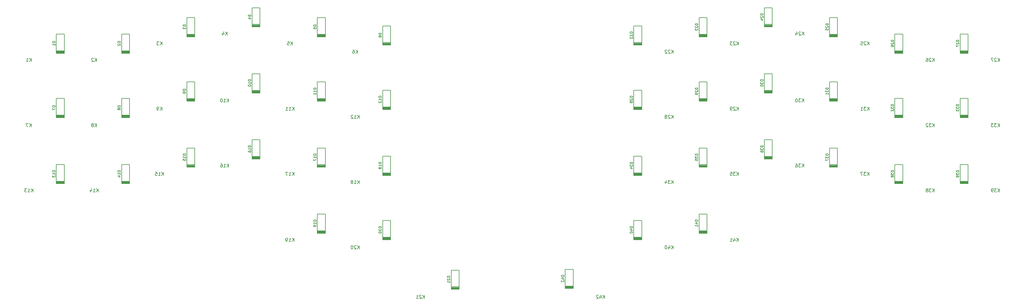
<source format=gbr>
G04 #@! TF.FileFunction,Legend,Bot*
%FSLAX46Y46*%
G04 Gerber Fmt 4.6, Leading zero omitted, Abs format (unit mm)*
G04 Created by KiCad (PCBNEW 4.0.7) date Tue Mar  6 17:21:56 2018*
%MOMM*%
%LPD*%
G01*
G04 APERTURE LIST*
%ADD10C,0.100000*%
%ADD11C,0.200000*%
%ADD12C,0.150000*%
G04 APERTURE END LIST*
D10*
D11*
X78950000Y-88775000D02*
X76550000Y-88775000D01*
X78950000Y-88950000D02*
X76550000Y-88950000D01*
X78950000Y-89125000D02*
X76550000Y-89125000D01*
X76550000Y-89525000D02*
X78950000Y-89525000D01*
X78950000Y-89300000D02*
X76550000Y-89300000D01*
X78950000Y-89425000D02*
X76550000Y-89425000D01*
X78950000Y-89500000D02*
X78950000Y-83700000D01*
X78950000Y-83700000D02*
X76550000Y-83700000D01*
X76550000Y-83700000D02*
X76550000Y-89500000D01*
X98700000Y-88775000D02*
X96300000Y-88775000D01*
X98700000Y-88950000D02*
X96300000Y-88950000D01*
X98700000Y-89125000D02*
X96300000Y-89125000D01*
X96300000Y-89525000D02*
X98700000Y-89525000D01*
X98700000Y-89300000D02*
X96300000Y-89300000D01*
X98700000Y-89425000D02*
X96300000Y-89425000D01*
X98700000Y-89500000D02*
X98700000Y-83700000D01*
X98700000Y-83700000D02*
X96300000Y-83700000D01*
X96300000Y-83700000D02*
X96300000Y-89500000D01*
X118450000Y-83775000D02*
X116050000Y-83775000D01*
X118450000Y-83950000D02*
X116050000Y-83950000D01*
X118450000Y-84125000D02*
X116050000Y-84125000D01*
X116050000Y-84525000D02*
X118450000Y-84525000D01*
X118450000Y-84300000D02*
X116050000Y-84300000D01*
X118450000Y-84425000D02*
X116050000Y-84425000D01*
X118450000Y-84500000D02*
X118450000Y-78700000D01*
X118450000Y-78700000D02*
X116050000Y-78700000D01*
X116050000Y-78700000D02*
X116050000Y-84500000D01*
X138200000Y-80775000D02*
X135800000Y-80775000D01*
X138200000Y-80950000D02*
X135800000Y-80950000D01*
X138200000Y-81125000D02*
X135800000Y-81125000D01*
X135800000Y-81525000D02*
X138200000Y-81525000D01*
X138200000Y-81300000D02*
X135800000Y-81300000D01*
X138200000Y-81425000D02*
X135800000Y-81425000D01*
X138200000Y-81500000D02*
X138200000Y-75700000D01*
X138200000Y-75700000D02*
X135800000Y-75700000D01*
X135800000Y-75700000D02*
X135800000Y-81500000D01*
X157950000Y-83775000D02*
X155550000Y-83775000D01*
X157950000Y-83950000D02*
X155550000Y-83950000D01*
X157950000Y-84125000D02*
X155550000Y-84125000D01*
X155550000Y-84525000D02*
X157950000Y-84525000D01*
X157950000Y-84300000D02*
X155550000Y-84300000D01*
X157950000Y-84425000D02*
X155550000Y-84425000D01*
X157950000Y-84500000D02*
X157950000Y-78700000D01*
X157950000Y-78700000D02*
X155550000Y-78700000D01*
X155550000Y-78700000D02*
X155550000Y-84500000D01*
X177700000Y-86275000D02*
X175300000Y-86275000D01*
X177700000Y-86450000D02*
X175300000Y-86450000D01*
X177700000Y-86625000D02*
X175300000Y-86625000D01*
X175300000Y-87025000D02*
X177700000Y-87025000D01*
X177700000Y-86800000D02*
X175300000Y-86800000D01*
X177700000Y-86925000D02*
X175300000Y-86925000D01*
X177700000Y-87000000D02*
X177700000Y-81200000D01*
X177700000Y-81200000D02*
X175300000Y-81200000D01*
X175300000Y-81200000D02*
X175300000Y-87000000D01*
X78950000Y-108275000D02*
X76550000Y-108275000D01*
X78950000Y-108450000D02*
X76550000Y-108450000D01*
X78950000Y-108625000D02*
X76550000Y-108625000D01*
X76550000Y-109025000D02*
X78950000Y-109025000D01*
X78950000Y-108800000D02*
X76550000Y-108800000D01*
X78950000Y-108925000D02*
X76550000Y-108925000D01*
X78950000Y-109000000D02*
X78950000Y-103200000D01*
X78950000Y-103200000D02*
X76550000Y-103200000D01*
X76550000Y-103200000D02*
X76550000Y-109000000D01*
X98700000Y-108275000D02*
X96300000Y-108275000D01*
X98700000Y-108450000D02*
X96300000Y-108450000D01*
X98700000Y-108625000D02*
X96300000Y-108625000D01*
X96300000Y-109025000D02*
X98700000Y-109025000D01*
X98700000Y-108800000D02*
X96300000Y-108800000D01*
X98700000Y-108925000D02*
X96300000Y-108925000D01*
X98700000Y-109000000D02*
X98700000Y-103200000D01*
X98700000Y-103200000D02*
X96300000Y-103200000D01*
X96300000Y-103200000D02*
X96300000Y-109000000D01*
X118450000Y-103275000D02*
X116050000Y-103275000D01*
X118450000Y-103450000D02*
X116050000Y-103450000D01*
X118450000Y-103625000D02*
X116050000Y-103625000D01*
X116050000Y-104025000D02*
X118450000Y-104025000D01*
X118450000Y-103800000D02*
X116050000Y-103800000D01*
X118450000Y-103925000D02*
X116050000Y-103925000D01*
X118450000Y-104000000D02*
X118450000Y-98200000D01*
X118450000Y-98200000D02*
X116050000Y-98200000D01*
X116050000Y-98200000D02*
X116050000Y-104000000D01*
X138200000Y-100775000D02*
X135800000Y-100775000D01*
X138200000Y-100950000D02*
X135800000Y-100950000D01*
X138200000Y-101125000D02*
X135800000Y-101125000D01*
X135800000Y-101525000D02*
X138200000Y-101525000D01*
X138200000Y-101300000D02*
X135800000Y-101300000D01*
X138200000Y-101425000D02*
X135800000Y-101425000D01*
X138200000Y-101500000D02*
X138200000Y-95700000D01*
X138200000Y-95700000D02*
X135800000Y-95700000D01*
X135800000Y-95700000D02*
X135800000Y-101500000D01*
X157950000Y-103275000D02*
X155550000Y-103275000D01*
X157950000Y-103450000D02*
X155550000Y-103450000D01*
X157950000Y-103625000D02*
X155550000Y-103625000D01*
X155550000Y-104025000D02*
X157950000Y-104025000D01*
X157950000Y-103800000D02*
X155550000Y-103800000D01*
X157950000Y-103925000D02*
X155550000Y-103925000D01*
X157950000Y-104000000D02*
X157950000Y-98200000D01*
X157950000Y-98200000D02*
X155550000Y-98200000D01*
X155550000Y-98200000D02*
X155550000Y-104000000D01*
X177700000Y-105775000D02*
X175300000Y-105775000D01*
X177700000Y-105950000D02*
X175300000Y-105950000D01*
X177700000Y-106125000D02*
X175300000Y-106125000D01*
X175300000Y-106525000D02*
X177700000Y-106525000D01*
X177700000Y-106300000D02*
X175300000Y-106300000D01*
X177700000Y-106425000D02*
X175300000Y-106425000D01*
X177700000Y-106500000D02*
X177700000Y-100700000D01*
X177700000Y-100700000D02*
X175300000Y-100700000D01*
X175300000Y-100700000D02*
X175300000Y-106500000D01*
X78950000Y-128275000D02*
X76550000Y-128275000D01*
X78950000Y-128450000D02*
X76550000Y-128450000D01*
X78950000Y-128625000D02*
X76550000Y-128625000D01*
X76550000Y-129025000D02*
X78950000Y-129025000D01*
X78950000Y-128800000D02*
X76550000Y-128800000D01*
X78950000Y-128925000D02*
X76550000Y-128925000D01*
X78950000Y-129000000D02*
X78950000Y-123200000D01*
X78950000Y-123200000D02*
X76550000Y-123200000D01*
X76550000Y-123200000D02*
X76550000Y-129000000D01*
X98700000Y-128275000D02*
X96300000Y-128275000D01*
X98700000Y-128450000D02*
X96300000Y-128450000D01*
X98700000Y-128625000D02*
X96300000Y-128625000D01*
X96300000Y-129025000D02*
X98700000Y-129025000D01*
X98700000Y-128800000D02*
X96300000Y-128800000D01*
X98700000Y-128925000D02*
X96300000Y-128925000D01*
X98700000Y-129000000D02*
X98700000Y-123200000D01*
X98700000Y-123200000D02*
X96300000Y-123200000D01*
X96300000Y-123200000D02*
X96300000Y-129000000D01*
X118450000Y-123275000D02*
X116050000Y-123275000D01*
X118450000Y-123450000D02*
X116050000Y-123450000D01*
X118450000Y-123625000D02*
X116050000Y-123625000D01*
X116050000Y-124025000D02*
X118450000Y-124025000D01*
X118450000Y-123800000D02*
X116050000Y-123800000D01*
X118450000Y-123925000D02*
X116050000Y-123925000D01*
X118450000Y-124000000D02*
X118450000Y-118200000D01*
X118450000Y-118200000D02*
X116050000Y-118200000D01*
X116050000Y-118200000D02*
X116050000Y-124000000D01*
X138200000Y-120775000D02*
X135800000Y-120775000D01*
X138200000Y-120950000D02*
X135800000Y-120950000D01*
X138200000Y-121125000D02*
X135800000Y-121125000D01*
X135800000Y-121525000D02*
X138200000Y-121525000D01*
X138200000Y-121300000D02*
X135800000Y-121300000D01*
X138200000Y-121425000D02*
X135800000Y-121425000D01*
X138200000Y-121500000D02*
X138200000Y-115700000D01*
X138200000Y-115700000D02*
X135800000Y-115700000D01*
X135800000Y-115700000D02*
X135800000Y-121500000D01*
X157950000Y-123275000D02*
X155550000Y-123275000D01*
X157950000Y-123450000D02*
X155550000Y-123450000D01*
X157950000Y-123625000D02*
X155550000Y-123625000D01*
X155550000Y-124025000D02*
X157950000Y-124025000D01*
X157950000Y-123800000D02*
X155550000Y-123800000D01*
X157950000Y-123925000D02*
X155550000Y-123925000D01*
X157950000Y-124000000D02*
X157950000Y-118200000D01*
X157950000Y-118200000D02*
X155550000Y-118200000D01*
X155550000Y-118200000D02*
X155550000Y-124000000D01*
X177700000Y-125775000D02*
X175300000Y-125775000D01*
X177700000Y-125950000D02*
X175300000Y-125950000D01*
X177700000Y-126125000D02*
X175300000Y-126125000D01*
X175300000Y-126525000D02*
X177700000Y-126525000D01*
X177700000Y-126300000D02*
X175300000Y-126300000D01*
X177700000Y-126425000D02*
X175300000Y-126425000D01*
X177700000Y-126500000D02*
X177700000Y-120700000D01*
X177700000Y-120700000D02*
X175300000Y-120700000D01*
X175300000Y-120700000D02*
X175300000Y-126500000D01*
X157950000Y-143275000D02*
X155550000Y-143275000D01*
X157950000Y-143450000D02*
X155550000Y-143450000D01*
X157950000Y-143625000D02*
X155550000Y-143625000D01*
X155550000Y-144025000D02*
X157950000Y-144025000D01*
X157950000Y-143800000D02*
X155550000Y-143800000D01*
X157950000Y-143925000D02*
X155550000Y-143925000D01*
X157950000Y-144000000D02*
X157950000Y-138200000D01*
X157950000Y-138200000D02*
X155550000Y-138200000D01*
X155550000Y-138200000D02*
X155550000Y-144000000D01*
X177700000Y-145275000D02*
X175300000Y-145275000D01*
X177700000Y-145450000D02*
X175300000Y-145450000D01*
X177700000Y-145625000D02*
X175300000Y-145625000D01*
X175300000Y-146025000D02*
X177700000Y-146025000D01*
X177700000Y-145800000D02*
X175300000Y-145800000D01*
X177700000Y-145925000D02*
X175300000Y-145925000D01*
X177700000Y-146000000D02*
X177700000Y-140200000D01*
X177700000Y-140200000D02*
X175300000Y-140200000D01*
X175300000Y-140200000D02*
X175300000Y-146000000D01*
X198450000Y-160275000D02*
X196050000Y-160275000D01*
X198450000Y-160450000D02*
X196050000Y-160450000D01*
X198450000Y-160625000D02*
X196050000Y-160625000D01*
X196050000Y-161025000D02*
X198450000Y-161025000D01*
X198450000Y-160800000D02*
X196050000Y-160800000D01*
X198450000Y-160925000D02*
X196050000Y-160925000D01*
X198450000Y-161000000D02*
X198450000Y-155200000D01*
X198450000Y-155200000D02*
X196050000Y-155200000D01*
X196050000Y-155200000D02*
X196050000Y-161000000D01*
X253700000Y-86275000D02*
X251300000Y-86275000D01*
X253700000Y-86450000D02*
X251300000Y-86450000D01*
X253700000Y-86625000D02*
X251300000Y-86625000D01*
X251300000Y-87025000D02*
X253700000Y-87025000D01*
X253700000Y-86800000D02*
X251300000Y-86800000D01*
X253700000Y-86925000D02*
X251300000Y-86925000D01*
X253700000Y-87000000D02*
X253700000Y-81200000D01*
X253700000Y-81200000D02*
X251300000Y-81200000D01*
X251300000Y-81200000D02*
X251300000Y-87000000D01*
X273450000Y-83775000D02*
X271050000Y-83775000D01*
X273450000Y-83950000D02*
X271050000Y-83950000D01*
X273450000Y-84125000D02*
X271050000Y-84125000D01*
X271050000Y-84525000D02*
X273450000Y-84525000D01*
X273450000Y-84300000D02*
X271050000Y-84300000D01*
X273450000Y-84425000D02*
X271050000Y-84425000D01*
X273450000Y-84500000D02*
X273450000Y-78700000D01*
X273450000Y-78700000D02*
X271050000Y-78700000D01*
X271050000Y-78700000D02*
X271050000Y-84500000D01*
X293200000Y-80775000D02*
X290800000Y-80775000D01*
X293200000Y-80950000D02*
X290800000Y-80950000D01*
X293200000Y-81125000D02*
X290800000Y-81125000D01*
X290800000Y-81525000D02*
X293200000Y-81525000D01*
X293200000Y-81300000D02*
X290800000Y-81300000D01*
X293200000Y-81425000D02*
X290800000Y-81425000D01*
X293200000Y-81500000D02*
X293200000Y-75700000D01*
X293200000Y-75700000D02*
X290800000Y-75700000D01*
X290800000Y-75700000D02*
X290800000Y-81500000D01*
X312950000Y-83775000D02*
X310550000Y-83775000D01*
X312950000Y-83950000D02*
X310550000Y-83950000D01*
X312950000Y-84125000D02*
X310550000Y-84125000D01*
X310550000Y-84525000D02*
X312950000Y-84525000D01*
X312950000Y-84300000D02*
X310550000Y-84300000D01*
X312950000Y-84425000D02*
X310550000Y-84425000D01*
X312950000Y-84500000D02*
X312950000Y-78700000D01*
X312950000Y-78700000D02*
X310550000Y-78700000D01*
X310550000Y-78700000D02*
X310550000Y-84500000D01*
X332700000Y-88775000D02*
X330300000Y-88775000D01*
X332700000Y-88950000D02*
X330300000Y-88950000D01*
X332700000Y-89125000D02*
X330300000Y-89125000D01*
X330300000Y-89525000D02*
X332700000Y-89525000D01*
X332700000Y-89300000D02*
X330300000Y-89300000D01*
X332700000Y-89425000D02*
X330300000Y-89425000D01*
X332700000Y-89500000D02*
X332700000Y-83700000D01*
X332700000Y-83700000D02*
X330300000Y-83700000D01*
X330300000Y-83700000D02*
X330300000Y-89500000D01*
X352450000Y-88775000D02*
X350050000Y-88775000D01*
X352450000Y-88950000D02*
X350050000Y-88950000D01*
X352450000Y-89125000D02*
X350050000Y-89125000D01*
X350050000Y-89525000D02*
X352450000Y-89525000D01*
X352450000Y-89300000D02*
X350050000Y-89300000D01*
X352450000Y-89425000D02*
X350050000Y-89425000D01*
X352450000Y-89500000D02*
X352450000Y-83700000D01*
X352450000Y-83700000D02*
X350050000Y-83700000D01*
X350050000Y-83700000D02*
X350050000Y-89500000D01*
X253700000Y-105775000D02*
X251300000Y-105775000D01*
X253700000Y-105950000D02*
X251300000Y-105950000D01*
X253700000Y-106125000D02*
X251300000Y-106125000D01*
X251300000Y-106525000D02*
X253700000Y-106525000D01*
X253700000Y-106300000D02*
X251300000Y-106300000D01*
X253700000Y-106425000D02*
X251300000Y-106425000D01*
X253700000Y-106500000D02*
X253700000Y-100700000D01*
X253700000Y-100700000D02*
X251300000Y-100700000D01*
X251300000Y-100700000D02*
X251300000Y-106500000D01*
X273450000Y-103275000D02*
X271050000Y-103275000D01*
X273450000Y-103450000D02*
X271050000Y-103450000D01*
X273450000Y-103625000D02*
X271050000Y-103625000D01*
X271050000Y-104025000D02*
X273450000Y-104025000D01*
X273450000Y-103800000D02*
X271050000Y-103800000D01*
X273450000Y-103925000D02*
X271050000Y-103925000D01*
X273450000Y-104000000D02*
X273450000Y-98200000D01*
X273450000Y-98200000D02*
X271050000Y-98200000D01*
X271050000Y-98200000D02*
X271050000Y-104000000D01*
X293200000Y-100775000D02*
X290800000Y-100775000D01*
X293200000Y-100950000D02*
X290800000Y-100950000D01*
X293200000Y-101125000D02*
X290800000Y-101125000D01*
X290800000Y-101525000D02*
X293200000Y-101525000D01*
X293200000Y-101300000D02*
X290800000Y-101300000D01*
X293200000Y-101425000D02*
X290800000Y-101425000D01*
X293200000Y-101500000D02*
X293200000Y-95700000D01*
X293200000Y-95700000D02*
X290800000Y-95700000D01*
X290800000Y-95700000D02*
X290800000Y-101500000D01*
X312950000Y-103275000D02*
X310550000Y-103275000D01*
X312950000Y-103450000D02*
X310550000Y-103450000D01*
X312950000Y-103625000D02*
X310550000Y-103625000D01*
X310550000Y-104025000D02*
X312950000Y-104025000D01*
X312950000Y-103800000D02*
X310550000Y-103800000D01*
X312950000Y-103925000D02*
X310550000Y-103925000D01*
X312950000Y-104000000D02*
X312950000Y-98200000D01*
X312950000Y-98200000D02*
X310550000Y-98200000D01*
X310550000Y-98200000D02*
X310550000Y-104000000D01*
X332700000Y-108275000D02*
X330300000Y-108275000D01*
X332700000Y-108450000D02*
X330300000Y-108450000D01*
X332700000Y-108625000D02*
X330300000Y-108625000D01*
X330300000Y-109025000D02*
X332700000Y-109025000D01*
X332700000Y-108800000D02*
X330300000Y-108800000D01*
X332700000Y-108925000D02*
X330300000Y-108925000D01*
X332700000Y-109000000D02*
X332700000Y-103200000D01*
X332700000Y-103200000D02*
X330300000Y-103200000D01*
X330300000Y-103200000D02*
X330300000Y-109000000D01*
X352450000Y-108275000D02*
X350050000Y-108275000D01*
X352450000Y-108450000D02*
X350050000Y-108450000D01*
X352450000Y-108625000D02*
X350050000Y-108625000D01*
X350050000Y-109025000D02*
X352450000Y-109025000D01*
X352450000Y-108800000D02*
X350050000Y-108800000D01*
X352450000Y-108925000D02*
X350050000Y-108925000D01*
X352450000Y-109000000D02*
X352450000Y-103200000D01*
X352450000Y-103200000D02*
X350050000Y-103200000D01*
X350050000Y-103200000D02*
X350050000Y-109000000D01*
X253700000Y-125775000D02*
X251300000Y-125775000D01*
X253700000Y-125950000D02*
X251300000Y-125950000D01*
X253700000Y-126125000D02*
X251300000Y-126125000D01*
X251300000Y-126525000D02*
X253700000Y-126525000D01*
X253700000Y-126300000D02*
X251300000Y-126300000D01*
X253700000Y-126425000D02*
X251300000Y-126425000D01*
X253700000Y-126500000D02*
X253700000Y-120700000D01*
X253700000Y-120700000D02*
X251300000Y-120700000D01*
X251300000Y-120700000D02*
X251300000Y-126500000D01*
X273450000Y-123275000D02*
X271050000Y-123275000D01*
X273450000Y-123450000D02*
X271050000Y-123450000D01*
X273450000Y-123625000D02*
X271050000Y-123625000D01*
X271050000Y-124025000D02*
X273450000Y-124025000D01*
X273450000Y-123800000D02*
X271050000Y-123800000D01*
X273450000Y-123925000D02*
X271050000Y-123925000D01*
X273450000Y-124000000D02*
X273450000Y-118200000D01*
X273450000Y-118200000D02*
X271050000Y-118200000D01*
X271050000Y-118200000D02*
X271050000Y-124000000D01*
X293200000Y-120775000D02*
X290800000Y-120775000D01*
X293200000Y-120950000D02*
X290800000Y-120950000D01*
X293200000Y-121125000D02*
X290800000Y-121125000D01*
X290800000Y-121525000D02*
X293200000Y-121525000D01*
X293200000Y-121300000D02*
X290800000Y-121300000D01*
X293200000Y-121425000D02*
X290800000Y-121425000D01*
X293200000Y-121500000D02*
X293200000Y-115700000D01*
X293200000Y-115700000D02*
X290800000Y-115700000D01*
X290800000Y-115700000D02*
X290800000Y-121500000D01*
X312950000Y-123275000D02*
X310550000Y-123275000D01*
X312950000Y-123450000D02*
X310550000Y-123450000D01*
X312950000Y-123625000D02*
X310550000Y-123625000D01*
X310550000Y-124025000D02*
X312950000Y-124025000D01*
X312950000Y-123800000D02*
X310550000Y-123800000D01*
X312950000Y-123925000D02*
X310550000Y-123925000D01*
X312950000Y-124000000D02*
X312950000Y-118200000D01*
X312950000Y-118200000D02*
X310550000Y-118200000D01*
X310550000Y-118200000D02*
X310550000Y-124000000D01*
X332700000Y-128275000D02*
X330300000Y-128275000D01*
X332700000Y-128450000D02*
X330300000Y-128450000D01*
X332700000Y-128625000D02*
X330300000Y-128625000D01*
X330300000Y-129025000D02*
X332700000Y-129025000D01*
X332700000Y-128800000D02*
X330300000Y-128800000D01*
X332700000Y-128925000D02*
X330300000Y-128925000D01*
X332700000Y-129000000D02*
X332700000Y-123200000D01*
X332700000Y-123200000D02*
X330300000Y-123200000D01*
X330300000Y-123200000D02*
X330300000Y-129000000D01*
X352450000Y-128275000D02*
X350050000Y-128275000D01*
X352450000Y-128450000D02*
X350050000Y-128450000D01*
X352450000Y-128625000D02*
X350050000Y-128625000D01*
X350050000Y-129025000D02*
X352450000Y-129025000D01*
X352450000Y-128800000D02*
X350050000Y-128800000D01*
X352450000Y-128925000D02*
X350050000Y-128925000D01*
X352450000Y-129000000D02*
X352450000Y-123200000D01*
X352450000Y-123200000D02*
X350050000Y-123200000D01*
X350050000Y-123200000D02*
X350050000Y-129000000D01*
X253700000Y-145275000D02*
X251300000Y-145275000D01*
X253700000Y-145450000D02*
X251300000Y-145450000D01*
X253700000Y-145625000D02*
X251300000Y-145625000D01*
X251300000Y-146025000D02*
X253700000Y-146025000D01*
X253700000Y-145800000D02*
X251300000Y-145800000D01*
X253700000Y-145925000D02*
X251300000Y-145925000D01*
X253700000Y-146000000D02*
X253700000Y-140200000D01*
X253700000Y-140200000D02*
X251300000Y-140200000D01*
X251300000Y-140200000D02*
X251300000Y-146000000D01*
X273450000Y-143275000D02*
X271050000Y-143275000D01*
X273450000Y-143450000D02*
X271050000Y-143450000D01*
X273450000Y-143625000D02*
X271050000Y-143625000D01*
X271050000Y-144025000D02*
X273450000Y-144025000D01*
X273450000Y-143800000D02*
X271050000Y-143800000D01*
X273450000Y-143925000D02*
X271050000Y-143925000D01*
X273450000Y-144000000D02*
X273450000Y-138200000D01*
X273450000Y-138200000D02*
X271050000Y-138200000D01*
X271050000Y-138200000D02*
X271050000Y-144000000D01*
X232950000Y-160025000D02*
X230550000Y-160025000D01*
X232950000Y-160200000D02*
X230550000Y-160200000D01*
X232950000Y-160375000D02*
X230550000Y-160375000D01*
X230550000Y-160775000D02*
X232950000Y-160775000D01*
X232950000Y-160550000D02*
X230550000Y-160550000D01*
X232950000Y-160675000D02*
X230550000Y-160675000D01*
X232950000Y-160750000D02*
X232950000Y-154950000D01*
X232950000Y-154950000D02*
X230550000Y-154950000D01*
X230550000Y-154950000D02*
X230550000Y-160750000D01*
X187964286Y-163770381D02*
X187964286Y-162770381D01*
X187392857Y-163770381D02*
X187821429Y-163198952D01*
X187392857Y-162770381D02*
X187964286Y-163341810D01*
X187011905Y-162865619D02*
X186964286Y-162818000D01*
X186869048Y-162770381D01*
X186630952Y-162770381D01*
X186535714Y-162818000D01*
X186488095Y-162865619D01*
X186440476Y-162960857D01*
X186440476Y-163056095D01*
X186488095Y-163198952D01*
X187059524Y-163770381D01*
X186440476Y-163770381D01*
X185488095Y-163770381D02*
X186059524Y-163770381D01*
X185773810Y-163770381D02*
X185773810Y-162770381D01*
X185869048Y-162913238D01*
X185964286Y-163008476D01*
X186059524Y-163056095D01*
X69464286Y-131520381D02*
X69464286Y-130520381D01*
X68892857Y-131520381D02*
X69321429Y-130948952D01*
X68892857Y-130520381D02*
X69464286Y-131091810D01*
X67940476Y-131520381D02*
X68511905Y-131520381D01*
X68226191Y-131520381D02*
X68226191Y-130520381D01*
X68321429Y-130663238D01*
X68416667Y-130758476D01*
X68511905Y-130806095D01*
X67607143Y-130520381D02*
X66988095Y-130520381D01*
X67321429Y-130901333D01*
X67178571Y-130901333D01*
X67083333Y-130948952D01*
X67035714Y-130996571D01*
X66988095Y-131091810D01*
X66988095Y-131329905D01*
X67035714Y-131425143D01*
X67083333Y-131472762D01*
X67178571Y-131520381D01*
X67464286Y-131520381D01*
X67559524Y-131472762D01*
X67607143Y-131425143D01*
D12*
X76186905Y-85909524D02*
X75386905Y-85909524D01*
X75386905Y-86100000D01*
X75425000Y-86214286D01*
X75501190Y-86290477D01*
X75577381Y-86328572D01*
X75729762Y-86366667D01*
X75844048Y-86366667D01*
X75996429Y-86328572D01*
X76072619Y-86290477D01*
X76148810Y-86214286D01*
X76186905Y-86100000D01*
X76186905Y-85909524D01*
X76186905Y-87128572D02*
X76186905Y-86671429D01*
X76186905Y-86900000D02*
X75386905Y-86900000D01*
X75501190Y-86823810D01*
X75577381Y-86747619D01*
X75615476Y-86671429D01*
X95936905Y-85909524D02*
X95136905Y-85909524D01*
X95136905Y-86100000D01*
X95175000Y-86214286D01*
X95251190Y-86290477D01*
X95327381Y-86328572D01*
X95479762Y-86366667D01*
X95594048Y-86366667D01*
X95746429Y-86328572D01*
X95822619Y-86290477D01*
X95898810Y-86214286D01*
X95936905Y-86100000D01*
X95936905Y-85909524D01*
X95213095Y-86671429D02*
X95175000Y-86709524D01*
X95136905Y-86785715D01*
X95136905Y-86976191D01*
X95175000Y-87052381D01*
X95213095Y-87090477D01*
X95289286Y-87128572D01*
X95365476Y-87128572D01*
X95479762Y-87090477D01*
X95936905Y-86633334D01*
X95936905Y-87128572D01*
X115686905Y-80909524D02*
X114886905Y-80909524D01*
X114886905Y-81100000D01*
X114925000Y-81214286D01*
X115001190Y-81290477D01*
X115077381Y-81328572D01*
X115229762Y-81366667D01*
X115344048Y-81366667D01*
X115496429Y-81328572D01*
X115572619Y-81290477D01*
X115648810Y-81214286D01*
X115686905Y-81100000D01*
X115686905Y-80909524D01*
X114886905Y-81633334D02*
X114886905Y-82128572D01*
X115191667Y-81861905D01*
X115191667Y-81976191D01*
X115229762Y-82052381D01*
X115267857Y-82090477D01*
X115344048Y-82128572D01*
X115534524Y-82128572D01*
X115610714Y-82090477D01*
X115648810Y-82052381D01*
X115686905Y-81976191D01*
X115686905Y-81747619D01*
X115648810Y-81671429D01*
X115610714Y-81633334D01*
X135436905Y-77909524D02*
X134636905Y-77909524D01*
X134636905Y-78100000D01*
X134675000Y-78214286D01*
X134751190Y-78290477D01*
X134827381Y-78328572D01*
X134979762Y-78366667D01*
X135094048Y-78366667D01*
X135246429Y-78328572D01*
X135322619Y-78290477D01*
X135398810Y-78214286D01*
X135436905Y-78100000D01*
X135436905Y-77909524D01*
X134903571Y-79052381D02*
X135436905Y-79052381D01*
X134598810Y-78861905D02*
X135170238Y-78671429D01*
X135170238Y-79166667D01*
X155186905Y-80909524D02*
X154386905Y-80909524D01*
X154386905Y-81100000D01*
X154425000Y-81214286D01*
X154501190Y-81290477D01*
X154577381Y-81328572D01*
X154729762Y-81366667D01*
X154844048Y-81366667D01*
X154996429Y-81328572D01*
X155072619Y-81290477D01*
X155148810Y-81214286D01*
X155186905Y-81100000D01*
X155186905Y-80909524D01*
X154386905Y-82090477D02*
X154386905Y-81709524D01*
X154767857Y-81671429D01*
X154729762Y-81709524D01*
X154691667Y-81785715D01*
X154691667Y-81976191D01*
X154729762Y-82052381D01*
X154767857Y-82090477D01*
X154844048Y-82128572D01*
X155034524Y-82128572D01*
X155110714Y-82090477D01*
X155148810Y-82052381D01*
X155186905Y-81976191D01*
X155186905Y-81785715D01*
X155148810Y-81709524D01*
X155110714Y-81671429D01*
X174936905Y-83409524D02*
X174136905Y-83409524D01*
X174136905Y-83600000D01*
X174175000Y-83714286D01*
X174251190Y-83790477D01*
X174327381Y-83828572D01*
X174479762Y-83866667D01*
X174594048Y-83866667D01*
X174746429Y-83828572D01*
X174822619Y-83790477D01*
X174898810Y-83714286D01*
X174936905Y-83600000D01*
X174936905Y-83409524D01*
X174136905Y-84552381D02*
X174136905Y-84400000D01*
X174175000Y-84323810D01*
X174213095Y-84285715D01*
X174327381Y-84209524D01*
X174479762Y-84171429D01*
X174784524Y-84171429D01*
X174860714Y-84209524D01*
X174898810Y-84247619D01*
X174936905Y-84323810D01*
X174936905Y-84476191D01*
X174898810Y-84552381D01*
X174860714Y-84590477D01*
X174784524Y-84628572D01*
X174594048Y-84628572D01*
X174517857Y-84590477D01*
X174479762Y-84552381D01*
X174441667Y-84476191D01*
X174441667Y-84323810D01*
X174479762Y-84247619D01*
X174517857Y-84209524D01*
X174594048Y-84171429D01*
X76186905Y-105409524D02*
X75386905Y-105409524D01*
X75386905Y-105600000D01*
X75425000Y-105714286D01*
X75501190Y-105790477D01*
X75577381Y-105828572D01*
X75729762Y-105866667D01*
X75844048Y-105866667D01*
X75996429Y-105828572D01*
X76072619Y-105790477D01*
X76148810Y-105714286D01*
X76186905Y-105600000D01*
X76186905Y-105409524D01*
X75386905Y-106133334D02*
X75386905Y-106666667D01*
X76186905Y-106323810D01*
X95936905Y-105409524D02*
X95136905Y-105409524D01*
X95136905Y-105600000D01*
X95175000Y-105714286D01*
X95251190Y-105790477D01*
X95327381Y-105828572D01*
X95479762Y-105866667D01*
X95594048Y-105866667D01*
X95746429Y-105828572D01*
X95822619Y-105790477D01*
X95898810Y-105714286D01*
X95936905Y-105600000D01*
X95936905Y-105409524D01*
X95479762Y-106323810D02*
X95441667Y-106247619D01*
X95403571Y-106209524D01*
X95327381Y-106171429D01*
X95289286Y-106171429D01*
X95213095Y-106209524D01*
X95175000Y-106247619D01*
X95136905Y-106323810D01*
X95136905Y-106476191D01*
X95175000Y-106552381D01*
X95213095Y-106590477D01*
X95289286Y-106628572D01*
X95327381Y-106628572D01*
X95403571Y-106590477D01*
X95441667Y-106552381D01*
X95479762Y-106476191D01*
X95479762Y-106323810D01*
X95517857Y-106247619D01*
X95555952Y-106209524D01*
X95632143Y-106171429D01*
X95784524Y-106171429D01*
X95860714Y-106209524D01*
X95898810Y-106247619D01*
X95936905Y-106323810D01*
X95936905Y-106476191D01*
X95898810Y-106552381D01*
X95860714Y-106590477D01*
X95784524Y-106628572D01*
X95632143Y-106628572D01*
X95555952Y-106590477D01*
X95517857Y-106552381D01*
X95479762Y-106476191D01*
X115686905Y-100409524D02*
X114886905Y-100409524D01*
X114886905Y-100600000D01*
X114925000Y-100714286D01*
X115001190Y-100790477D01*
X115077381Y-100828572D01*
X115229762Y-100866667D01*
X115344048Y-100866667D01*
X115496429Y-100828572D01*
X115572619Y-100790477D01*
X115648810Y-100714286D01*
X115686905Y-100600000D01*
X115686905Y-100409524D01*
X115686905Y-101247619D02*
X115686905Y-101400000D01*
X115648810Y-101476191D01*
X115610714Y-101514286D01*
X115496429Y-101590477D01*
X115344048Y-101628572D01*
X115039286Y-101628572D01*
X114963095Y-101590477D01*
X114925000Y-101552381D01*
X114886905Y-101476191D01*
X114886905Y-101323810D01*
X114925000Y-101247619D01*
X114963095Y-101209524D01*
X115039286Y-101171429D01*
X115229762Y-101171429D01*
X115305952Y-101209524D01*
X115344048Y-101247619D01*
X115382143Y-101323810D01*
X115382143Y-101476191D01*
X115344048Y-101552381D01*
X115305952Y-101590477D01*
X115229762Y-101628572D01*
X135436905Y-97528571D02*
X134636905Y-97528571D01*
X134636905Y-97719047D01*
X134675000Y-97833333D01*
X134751190Y-97909524D01*
X134827381Y-97947619D01*
X134979762Y-97985714D01*
X135094048Y-97985714D01*
X135246429Y-97947619D01*
X135322619Y-97909524D01*
X135398810Y-97833333D01*
X135436905Y-97719047D01*
X135436905Y-97528571D01*
X135436905Y-98747619D02*
X135436905Y-98290476D01*
X135436905Y-98519047D02*
X134636905Y-98519047D01*
X134751190Y-98442857D01*
X134827381Y-98366666D01*
X134865476Y-98290476D01*
X134636905Y-99242857D02*
X134636905Y-99319048D01*
X134675000Y-99395238D01*
X134713095Y-99433333D01*
X134789286Y-99471429D01*
X134941667Y-99509524D01*
X135132143Y-99509524D01*
X135284524Y-99471429D01*
X135360714Y-99433333D01*
X135398810Y-99395238D01*
X135436905Y-99319048D01*
X135436905Y-99242857D01*
X135398810Y-99166667D01*
X135360714Y-99128571D01*
X135284524Y-99090476D01*
X135132143Y-99052381D01*
X134941667Y-99052381D01*
X134789286Y-99090476D01*
X134713095Y-99128571D01*
X134675000Y-99166667D01*
X134636905Y-99242857D01*
X155186905Y-100028571D02*
X154386905Y-100028571D01*
X154386905Y-100219047D01*
X154425000Y-100333333D01*
X154501190Y-100409524D01*
X154577381Y-100447619D01*
X154729762Y-100485714D01*
X154844048Y-100485714D01*
X154996429Y-100447619D01*
X155072619Y-100409524D01*
X155148810Y-100333333D01*
X155186905Y-100219047D01*
X155186905Y-100028571D01*
X155186905Y-101247619D02*
X155186905Y-100790476D01*
X155186905Y-101019047D02*
X154386905Y-101019047D01*
X154501190Y-100942857D01*
X154577381Y-100866666D01*
X154615476Y-100790476D01*
X155186905Y-102009524D02*
X155186905Y-101552381D01*
X155186905Y-101780952D02*
X154386905Y-101780952D01*
X154501190Y-101704762D01*
X154577381Y-101628571D01*
X154615476Y-101552381D01*
X174936905Y-102528571D02*
X174136905Y-102528571D01*
X174136905Y-102719047D01*
X174175000Y-102833333D01*
X174251190Y-102909524D01*
X174327381Y-102947619D01*
X174479762Y-102985714D01*
X174594048Y-102985714D01*
X174746429Y-102947619D01*
X174822619Y-102909524D01*
X174898810Y-102833333D01*
X174936905Y-102719047D01*
X174936905Y-102528571D01*
X174936905Y-103747619D02*
X174936905Y-103290476D01*
X174936905Y-103519047D02*
X174136905Y-103519047D01*
X174251190Y-103442857D01*
X174327381Y-103366666D01*
X174365476Y-103290476D01*
X174213095Y-104052381D02*
X174175000Y-104090476D01*
X174136905Y-104166667D01*
X174136905Y-104357143D01*
X174175000Y-104433333D01*
X174213095Y-104471429D01*
X174289286Y-104509524D01*
X174365476Y-104509524D01*
X174479762Y-104471429D01*
X174936905Y-104014286D01*
X174936905Y-104509524D01*
X76186905Y-125028571D02*
X75386905Y-125028571D01*
X75386905Y-125219047D01*
X75425000Y-125333333D01*
X75501190Y-125409524D01*
X75577381Y-125447619D01*
X75729762Y-125485714D01*
X75844048Y-125485714D01*
X75996429Y-125447619D01*
X76072619Y-125409524D01*
X76148810Y-125333333D01*
X76186905Y-125219047D01*
X76186905Y-125028571D01*
X76186905Y-126247619D02*
X76186905Y-125790476D01*
X76186905Y-126019047D02*
X75386905Y-126019047D01*
X75501190Y-125942857D01*
X75577381Y-125866666D01*
X75615476Y-125790476D01*
X75386905Y-126514286D02*
X75386905Y-127009524D01*
X75691667Y-126742857D01*
X75691667Y-126857143D01*
X75729762Y-126933333D01*
X75767857Y-126971429D01*
X75844048Y-127009524D01*
X76034524Y-127009524D01*
X76110714Y-126971429D01*
X76148810Y-126933333D01*
X76186905Y-126857143D01*
X76186905Y-126628571D01*
X76148810Y-126552381D01*
X76110714Y-126514286D01*
X95936905Y-125028571D02*
X95136905Y-125028571D01*
X95136905Y-125219047D01*
X95175000Y-125333333D01*
X95251190Y-125409524D01*
X95327381Y-125447619D01*
X95479762Y-125485714D01*
X95594048Y-125485714D01*
X95746429Y-125447619D01*
X95822619Y-125409524D01*
X95898810Y-125333333D01*
X95936905Y-125219047D01*
X95936905Y-125028571D01*
X95936905Y-126247619D02*
X95936905Y-125790476D01*
X95936905Y-126019047D02*
X95136905Y-126019047D01*
X95251190Y-125942857D01*
X95327381Y-125866666D01*
X95365476Y-125790476D01*
X95403571Y-126933333D02*
X95936905Y-126933333D01*
X95098810Y-126742857D02*
X95670238Y-126552381D01*
X95670238Y-127047619D01*
X115686905Y-120028571D02*
X114886905Y-120028571D01*
X114886905Y-120219047D01*
X114925000Y-120333333D01*
X115001190Y-120409524D01*
X115077381Y-120447619D01*
X115229762Y-120485714D01*
X115344048Y-120485714D01*
X115496429Y-120447619D01*
X115572619Y-120409524D01*
X115648810Y-120333333D01*
X115686905Y-120219047D01*
X115686905Y-120028571D01*
X115686905Y-121247619D02*
X115686905Y-120790476D01*
X115686905Y-121019047D02*
X114886905Y-121019047D01*
X115001190Y-120942857D01*
X115077381Y-120866666D01*
X115115476Y-120790476D01*
X114886905Y-121971429D02*
X114886905Y-121590476D01*
X115267857Y-121552381D01*
X115229762Y-121590476D01*
X115191667Y-121666667D01*
X115191667Y-121857143D01*
X115229762Y-121933333D01*
X115267857Y-121971429D01*
X115344048Y-122009524D01*
X115534524Y-122009524D01*
X115610714Y-121971429D01*
X115648810Y-121933333D01*
X115686905Y-121857143D01*
X115686905Y-121666667D01*
X115648810Y-121590476D01*
X115610714Y-121552381D01*
X135436905Y-117528571D02*
X134636905Y-117528571D01*
X134636905Y-117719047D01*
X134675000Y-117833333D01*
X134751190Y-117909524D01*
X134827381Y-117947619D01*
X134979762Y-117985714D01*
X135094048Y-117985714D01*
X135246429Y-117947619D01*
X135322619Y-117909524D01*
X135398810Y-117833333D01*
X135436905Y-117719047D01*
X135436905Y-117528571D01*
X135436905Y-118747619D02*
X135436905Y-118290476D01*
X135436905Y-118519047D02*
X134636905Y-118519047D01*
X134751190Y-118442857D01*
X134827381Y-118366666D01*
X134865476Y-118290476D01*
X134636905Y-119433333D02*
X134636905Y-119280952D01*
X134675000Y-119204762D01*
X134713095Y-119166667D01*
X134827381Y-119090476D01*
X134979762Y-119052381D01*
X135284524Y-119052381D01*
X135360714Y-119090476D01*
X135398810Y-119128571D01*
X135436905Y-119204762D01*
X135436905Y-119357143D01*
X135398810Y-119433333D01*
X135360714Y-119471429D01*
X135284524Y-119509524D01*
X135094048Y-119509524D01*
X135017857Y-119471429D01*
X134979762Y-119433333D01*
X134941667Y-119357143D01*
X134941667Y-119204762D01*
X134979762Y-119128571D01*
X135017857Y-119090476D01*
X135094048Y-119052381D01*
X155186905Y-120028571D02*
X154386905Y-120028571D01*
X154386905Y-120219047D01*
X154425000Y-120333333D01*
X154501190Y-120409524D01*
X154577381Y-120447619D01*
X154729762Y-120485714D01*
X154844048Y-120485714D01*
X154996429Y-120447619D01*
X155072619Y-120409524D01*
X155148810Y-120333333D01*
X155186905Y-120219047D01*
X155186905Y-120028571D01*
X155186905Y-121247619D02*
X155186905Y-120790476D01*
X155186905Y-121019047D02*
X154386905Y-121019047D01*
X154501190Y-120942857D01*
X154577381Y-120866666D01*
X154615476Y-120790476D01*
X154386905Y-121514286D02*
X154386905Y-122047619D01*
X155186905Y-121704762D01*
X174936905Y-122528571D02*
X174136905Y-122528571D01*
X174136905Y-122719047D01*
X174175000Y-122833333D01*
X174251190Y-122909524D01*
X174327381Y-122947619D01*
X174479762Y-122985714D01*
X174594048Y-122985714D01*
X174746429Y-122947619D01*
X174822619Y-122909524D01*
X174898810Y-122833333D01*
X174936905Y-122719047D01*
X174936905Y-122528571D01*
X174936905Y-123747619D02*
X174936905Y-123290476D01*
X174936905Y-123519047D02*
X174136905Y-123519047D01*
X174251190Y-123442857D01*
X174327381Y-123366666D01*
X174365476Y-123290476D01*
X174479762Y-124204762D02*
X174441667Y-124128571D01*
X174403571Y-124090476D01*
X174327381Y-124052381D01*
X174289286Y-124052381D01*
X174213095Y-124090476D01*
X174175000Y-124128571D01*
X174136905Y-124204762D01*
X174136905Y-124357143D01*
X174175000Y-124433333D01*
X174213095Y-124471429D01*
X174289286Y-124509524D01*
X174327381Y-124509524D01*
X174403571Y-124471429D01*
X174441667Y-124433333D01*
X174479762Y-124357143D01*
X174479762Y-124204762D01*
X174517857Y-124128571D01*
X174555952Y-124090476D01*
X174632143Y-124052381D01*
X174784524Y-124052381D01*
X174860714Y-124090476D01*
X174898810Y-124128571D01*
X174936905Y-124204762D01*
X174936905Y-124357143D01*
X174898810Y-124433333D01*
X174860714Y-124471429D01*
X174784524Y-124509524D01*
X174632143Y-124509524D01*
X174555952Y-124471429D01*
X174517857Y-124433333D01*
X174479762Y-124357143D01*
X155186905Y-140028571D02*
X154386905Y-140028571D01*
X154386905Y-140219047D01*
X154425000Y-140333333D01*
X154501190Y-140409524D01*
X154577381Y-140447619D01*
X154729762Y-140485714D01*
X154844048Y-140485714D01*
X154996429Y-140447619D01*
X155072619Y-140409524D01*
X155148810Y-140333333D01*
X155186905Y-140219047D01*
X155186905Y-140028571D01*
X155186905Y-141247619D02*
X155186905Y-140790476D01*
X155186905Y-141019047D02*
X154386905Y-141019047D01*
X154501190Y-140942857D01*
X154577381Y-140866666D01*
X154615476Y-140790476D01*
X155186905Y-141628571D02*
X155186905Y-141780952D01*
X155148810Y-141857143D01*
X155110714Y-141895238D01*
X154996429Y-141971429D01*
X154844048Y-142009524D01*
X154539286Y-142009524D01*
X154463095Y-141971429D01*
X154425000Y-141933333D01*
X154386905Y-141857143D01*
X154386905Y-141704762D01*
X154425000Y-141628571D01*
X154463095Y-141590476D01*
X154539286Y-141552381D01*
X154729762Y-141552381D01*
X154805952Y-141590476D01*
X154844048Y-141628571D01*
X154882143Y-141704762D01*
X154882143Y-141857143D01*
X154844048Y-141933333D01*
X154805952Y-141971429D01*
X154729762Y-142009524D01*
X174936905Y-142028571D02*
X174136905Y-142028571D01*
X174136905Y-142219047D01*
X174175000Y-142333333D01*
X174251190Y-142409524D01*
X174327381Y-142447619D01*
X174479762Y-142485714D01*
X174594048Y-142485714D01*
X174746429Y-142447619D01*
X174822619Y-142409524D01*
X174898810Y-142333333D01*
X174936905Y-142219047D01*
X174936905Y-142028571D01*
X174213095Y-142790476D02*
X174175000Y-142828571D01*
X174136905Y-142904762D01*
X174136905Y-143095238D01*
X174175000Y-143171428D01*
X174213095Y-143209524D01*
X174289286Y-143247619D01*
X174365476Y-143247619D01*
X174479762Y-143209524D01*
X174936905Y-142752381D01*
X174936905Y-143247619D01*
X174136905Y-143742857D02*
X174136905Y-143819048D01*
X174175000Y-143895238D01*
X174213095Y-143933333D01*
X174289286Y-143971429D01*
X174441667Y-144009524D01*
X174632143Y-144009524D01*
X174784524Y-143971429D01*
X174860714Y-143933333D01*
X174898810Y-143895238D01*
X174936905Y-143819048D01*
X174936905Y-143742857D01*
X174898810Y-143666667D01*
X174860714Y-143628571D01*
X174784524Y-143590476D01*
X174632143Y-143552381D01*
X174441667Y-143552381D01*
X174289286Y-143590476D01*
X174213095Y-143628571D01*
X174175000Y-143666667D01*
X174136905Y-143742857D01*
X195686905Y-157028571D02*
X194886905Y-157028571D01*
X194886905Y-157219047D01*
X194925000Y-157333333D01*
X195001190Y-157409524D01*
X195077381Y-157447619D01*
X195229762Y-157485714D01*
X195344048Y-157485714D01*
X195496429Y-157447619D01*
X195572619Y-157409524D01*
X195648810Y-157333333D01*
X195686905Y-157219047D01*
X195686905Y-157028571D01*
X194963095Y-157790476D02*
X194925000Y-157828571D01*
X194886905Y-157904762D01*
X194886905Y-158095238D01*
X194925000Y-158171428D01*
X194963095Y-158209524D01*
X195039286Y-158247619D01*
X195115476Y-158247619D01*
X195229762Y-158209524D01*
X195686905Y-157752381D01*
X195686905Y-158247619D01*
X195686905Y-159009524D02*
X195686905Y-158552381D01*
X195686905Y-158780952D02*
X194886905Y-158780952D01*
X195001190Y-158704762D01*
X195077381Y-158628571D01*
X195115476Y-158552381D01*
D11*
X68988095Y-92020381D02*
X68988095Y-91020381D01*
X68416666Y-92020381D02*
X68845238Y-91448952D01*
X68416666Y-91020381D02*
X68988095Y-91591810D01*
X67464285Y-92020381D02*
X68035714Y-92020381D01*
X67750000Y-92020381D02*
X67750000Y-91020381D01*
X67845238Y-91163238D01*
X67940476Y-91258476D01*
X68035714Y-91306095D01*
X88738095Y-92020381D02*
X88738095Y-91020381D01*
X88166666Y-92020381D02*
X88595238Y-91448952D01*
X88166666Y-91020381D02*
X88738095Y-91591810D01*
X87785714Y-91115619D02*
X87738095Y-91068000D01*
X87642857Y-91020381D01*
X87404761Y-91020381D01*
X87309523Y-91068000D01*
X87261904Y-91115619D01*
X87214285Y-91210857D01*
X87214285Y-91306095D01*
X87261904Y-91448952D01*
X87833333Y-92020381D01*
X87214285Y-92020381D01*
X108488095Y-87020381D02*
X108488095Y-86020381D01*
X107916666Y-87020381D02*
X108345238Y-86448952D01*
X107916666Y-86020381D02*
X108488095Y-86591810D01*
X107583333Y-86020381D02*
X106964285Y-86020381D01*
X107297619Y-86401333D01*
X107154761Y-86401333D01*
X107059523Y-86448952D01*
X107011904Y-86496571D01*
X106964285Y-86591810D01*
X106964285Y-86829905D01*
X107011904Y-86925143D01*
X107059523Y-86972762D01*
X107154761Y-87020381D01*
X107440476Y-87020381D01*
X107535714Y-86972762D01*
X107583333Y-86925143D01*
X128238095Y-84020381D02*
X128238095Y-83020381D01*
X127666666Y-84020381D02*
X128095238Y-83448952D01*
X127666666Y-83020381D02*
X128238095Y-83591810D01*
X126809523Y-83353714D02*
X126809523Y-84020381D01*
X127047619Y-82972762D02*
X127285714Y-83687048D01*
X126666666Y-83687048D01*
X147988095Y-87020381D02*
X147988095Y-86020381D01*
X147416666Y-87020381D02*
X147845238Y-86448952D01*
X147416666Y-86020381D02*
X147988095Y-86591810D01*
X146511904Y-86020381D02*
X146988095Y-86020381D01*
X147035714Y-86496571D01*
X146988095Y-86448952D01*
X146892857Y-86401333D01*
X146654761Y-86401333D01*
X146559523Y-86448952D01*
X146511904Y-86496571D01*
X146464285Y-86591810D01*
X146464285Y-86829905D01*
X146511904Y-86925143D01*
X146559523Y-86972762D01*
X146654761Y-87020381D01*
X146892857Y-87020381D01*
X146988095Y-86972762D01*
X147035714Y-86925143D01*
X167738095Y-89520381D02*
X167738095Y-88520381D01*
X167166666Y-89520381D02*
X167595238Y-88948952D01*
X167166666Y-88520381D02*
X167738095Y-89091810D01*
X166309523Y-88520381D02*
X166500000Y-88520381D01*
X166595238Y-88568000D01*
X166642857Y-88615619D01*
X166738095Y-88758476D01*
X166785714Y-88948952D01*
X166785714Y-89329905D01*
X166738095Y-89425143D01*
X166690476Y-89472762D01*
X166595238Y-89520381D01*
X166404761Y-89520381D01*
X166309523Y-89472762D01*
X166261904Y-89425143D01*
X166214285Y-89329905D01*
X166214285Y-89091810D01*
X166261904Y-88996571D01*
X166309523Y-88948952D01*
X166404761Y-88901333D01*
X166595238Y-88901333D01*
X166690476Y-88948952D01*
X166738095Y-88996571D01*
X166785714Y-89091810D01*
X68988095Y-111770381D02*
X68988095Y-110770381D01*
X68416666Y-111770381D02*
X68845238Y-111198952D01*
X68416666Y-110770381D02*
X68988095Y-111341810D01*
X68083333Y-110770381D02*
X67416666Y-110770381D01*
X67845238Y-111770381D01*
X88738095Y-111770381D02*
X88738095Y-110770381D01*
X88166666Y-111770381D02*
X88595238Y-111198952D01*
X88166666Y-110770381D02*
X88738095Y-111341810D01*
X87595238Y-111198952D02*
X87690476Y-111151333D01*
X87738095Y-111103714D01*
X87785714Y-111008476D01*
X87785714Y-110960857D01*
X87738095Y-110865619D01*
X87690476Y-110818000D01*
X87595238Y-110770381D01*
X87404761Y-110770381D01*
X87309523Y-110818000D01*
X87261904Y-110865619D01*
X87214285Y-110960857D01*
X87214285Y-111008476D01*
X87261904Y-111103714D01*
X87309523Y-111151333D01*
X87404761Y-111198952D01*
X87595238Y-111198952D01*
X87690476Y-111246571D01*
X87738095Y-111294190D01*
X87785714Y-111389429D01*
X87785714Y-111579905D01*
X87738095Y-111675143D01*
X87690476Y-111722762D01*
X87595238Y-111770381D01*
X87404761Y-111770381D01*
X87309523Y-111722762D01*
X87261904Y-111675143D01*
X87214285Y-111579905D01*
X87214285Y-111389429D01*
X87261904Y-111294190D01*
X87309523Y-111246571D01*
X87404761Y-111198952D01*
X108488095Y-106770381D02*
X108488095Y-105770381D01*
X107916666Y-106770381D02*
X108345238Y-106198952D01*
X107916666Y-105770381D02*
X108488095Y-106341810D01*
X107440476Y-106770381D02*
X107250000Y-106770381D01*
X107154761Y-106722762D01*
X107107142Y-106675143D01*
X107011904Y-106532286D01*
X106964285Y-106341810D01*
X106964285Y-105960857D01*
X107011904Y-105865619D01*
X107059523Y-105818000D01*
X107154761Y-105770381D01*
X107345238Y-105770381D01*
X107440476Y-105818000D01*
X107488095Y-105865619D01*
X107535714Y-105960857D01*
X107535714Y-106198952D01*
X107488095Y-106294190D01*
X107440476Y-106341810D01*
X107345238Y-106389429D01*
X107154761Y-106389429D01*
X107059523Y-106341810D01*
X107011904Y-106294190D01*
X106964285Y-106198952D01*
X128714286Y-104270381D02*
X128714286Y-103270381D01*
X128142857Y-104270381D02*
X128571429Y-103698952D01*
X128142857Y-103270381D02*
X128714286Y-103841810D01*
X127190476Y-104270381D02*
X127761905Y-104270381D01*
X127476191Y-104270381D02*
X127476191Y-103270381D01*
X127571429Y-103413238D01*
X127666667Y-103508476D01*
X127761905Y-103556095D01*
X126571429Y-103270381D02*
X126476190Y-103270381D01*
X126380952Y-103318000D01*
X126333333Y-103365619D01*
X126285714Y-103460857D01*
X126238095Y-103651333D01*
X126238095Y-103889429D01*
X126285714Y-104079905D01*
X126333333Y-104175143D01*
X126380952Y-104222762D01*
X126476190Y-104270381D01*
X126571429Y-104270381D01*
X126666667Y-104222762D01*
X126714286Y-104175143D01*
X126761905Y-104079905D01*
X126809524Y-103889429D01*
X126809524Y-103651333D01*
X126761905Y-103460857D01*
X126714286Y-103365619D01*
X126666667Y-103318000D01*
X126571429Y-103270381D01*
X148464286Y-106770381D02*
X148464286Y-105770381D01*
X147892857Y-106770381D02*
X148321429Y-106198952D01*
X147892857Y-105770381D02*
X148464286Y-106341810D01*
X146940476Y-106770381D02*
X147511905Y-106770381D01*
X147226191Y-106770381D02*
X147226191Y-105770381D01*
X147321429Y-105913238D01*
X147416667Y-106008476D01*
X147511905Y-106056095D01*
X145988095Y-106770381D02*
X146559524Y-106770381D01*
X146273810Y-106770381D02*
X146273810Y-105770381D01*
X146369048Y-105913238D01*
X146464286Y-106008476D01*
X146559524Y-106056095D01*
X168214286Y-109270381D02*
X168214286Y-108270381D01*
X167642857Y-109270381D02*
X168071429Y-108698952D01*
X167642857Y-108270381D02*
X168214286Y-108841810D01*
X166690476Y-109270381D02*
X167261905Y-109270381D01*
X166976191Y-109270381D02*
X166976191Y-108270381D01*
X167071429Y-108413238D01*
X167166667Y-108508476D01*
X167261905Y-108556095D01*
X166309524Y-108365619D02*
X166261905Y-108318000D01*
X166166667Y-108270381D01*
X165928571Y-108270381D01*
X165833333Y-108318000D01*
X165785714Y-108365619D01*
X165738095Y-108460857D01*
X165738095Y-108556095D01*
X165785714Y-108698952D01*
X166357143Y-109270381D01*
X165738095Y-109270381D01*
X89214286Y-131520381D02*
X89214286Y-130520381D01*
X88642857Y-131520381D02*
X89071429Y-130948952D01*
X88642857Y-130520381D02*
X89214286Y-131091810D01*
X87690476Y-131520381D02*
X88261905Y-131520381D01*
X87976191Y-131520381D02*
X87976191Y-130520381D01*
X88071429Y-130663238D01*
X88166667Y-130758476D01*
X88261905Y-130806095D01*
X86833333Y-130853714D02*
X86833333Y-131520381D01*
X87071429Y-130472762D02*
X87309524Y-131187048D01*
X86690476Y-131187048D01*
X108964286Y-126520381D02*
X108964286Y-125520381D01*
X108392857Y-126520381D02*
X108821429Y-125948952D01*
X108392857Y-125520381D02*
X108964286Y-126091810D01*
X107440476Y-126520381D02*
X108011905Y-126520381D01*
X107726191Y-126520381D02*
X107726191Y-125520381D01*
X107821429Y-125663238D01*
X107916667Y-125758476D01*
X108011905Y-125806095D01*
X106535714Y-125520381D02*
X107011905Y-125520381D01*
X107059524Y-125996571D01*
X107011905Y-125948952D01*
X106916667Y-125901333D01*
X106678571Y-125901333D01*
X106583333Y-125948952D01*
X106535714Y-125996571D01*
X106488095Y-126091810D01*
X106488095Y-126329905D01*
X106535714Y-126425143D01*
X106583333Y-126472762D01*
X106678571Y-126520381D01*
X106916667Y-126520381D01*
X107011905Y-126472762D01*
X107059524Y-126425143D01*
X128714286Y-124020381D02*
X128714286Y-123020381D01*
X128142857Y-124020381D02*
X128571429Y-123448952D01*
X128142857Y-123020381D02*
X128714286Y-123591810D01*
X127190476Y-124020381D02*
X127761905Y-124020381D01*
X127476191Y-124020381D02*
X127476191Y-123020381D01*
X127571429Y-123163238D01*
X127666667Y-123258476D01*
X127761905Y-123306095D01*
X126333333Y-123020381D02*
X126523810Y-123020381D01*
X126619048Y-123068000D01*
X126666667Y-123115619D01*
X126761905Y-123258476D01*
X126809524Y-123448952D01*
X126809524Y-123829905D01*
X126761905Y-123925143D01*
X126714286Y-123972762D01*
X126619048Y-124020381D01*
X126428571Y-124020381D01*
X126333333Y-123972762D01*
X126285714Y-123925143D01*
X126238095Y-123829905D01*
X126238095Y-123591810D01*
X126285714Y-123496571D01*
X126333333Y-123448952D01*
X126428571Y-123401333D01*
X126619048Y-123401333D01*
X126714286Y-123448952D01*
X126761905Y-123496571D01*
X126809524Y-123591810D01*
X148464286Y-126520381D02*
X148464286Y-125520381D01*
X147892857Y-126520381D02*
X148321429Y-125948952D01*
X147892857Y-125520381D02*
X148464286Y-126091810D01*
X146940476Y-126520381D02*
X147511905Y-126520381D01*
X147226191Y-126520381D02*
X147226191Y-125520381D01*
X147321429Y-125663238D01*
X147416667Y-125758476D01*
X147511905Y-125806095D01*
X146607143Y-125520381D02*
X145940476Y-125520381D01*
X146369048Y-126520381D01*
X168214286Y-129020381D02*
X168214286Y-128020381D01*
X167642857Y-129020381D02*
X168071429Y-128448952D01*
X167642857Y-128020381D02*
X168214286Y-128591810D01*
X166690476Y-129020381D02*
X167261905Y-129020381D01*
X166976191Y-129020381D02*
X166976191Y-128020381D01*
X167071429Y-128163238D01*
X167166667Y-128258476D01*
X167261905Y-128306095D01*
X166119048Y-128448952D02*
X166214286Y-128401333D01*
X166261905Y-128353714D01*
X166309524Y-128258476D01*
X166309524Y-128210857D01*
X166261905Y-128115619D01*
X166214286Y-128068000D01*
X166119048Y-128020381D01*
X165928571Y-128020381D01*
X165833333Y-128068000D01*
X165785714Y-128115619D01*
X165738095Y-128210857D01*
X165738095Y-128258476D01*
X165785714Y-128353714D01*
X165833333Y-128401333D01*
X165928571Y-128448952D01*
X166119048Y-128448952D01*
X166214286Y-128496571D01*
X166261905Y-128544190D01*
X166309524Y-128639429D01*
X166309524Y-128829905D01*
X166261905Y-128925143D01*
X166214286Y-128972762D01*
X166119048Y-129020381D01*
X165928571Y-129020381D01*
X165833333Y-128972762D01*
X165785714Y-128925143D01*
X165738095Y-128829905D01*
X165738095Y-128639429D01*
X165785714Y-128544190D01*
X165833333Y-128496571D01*
X165928571Y-128448952D01*
X148464286Y-146520381D02*
X148464286Y-145520381D01*
X147892857Y-146520381D02*
X148321429Y-145948952D01*
X147892857Y-145520381D02*
X148464286Y-146091810D01*
X146940476Y-146520381D02*
X147511905Y-146520381D01*
X147226191Y-146520381D02*
X147226191Y-145520381D01*
X147321429Y-145663238D01*
X147416667Y-145758476D01*
X147511905Y-145806095D01*
X146464286Y-146520381D02*
X146273810Y-146520381D01*
X146178571Y-146472762D01*
X146130952Y-146425143D01*
X146035714Y-146282286D01*
X145988095Y-146091810D01*
X145988095Y-145710857D01*
X146035714Y-145615619D01*
X146083333Y-145568000D01*
X146178571Y-145520381D01*
X146369048Y-145520381D01*
X146464286Y-145568000D01*
X146511905Y-145615619D01*
X146559524Y-145710857D01*
X146559524Y-145948952D01*
X146511905Y-146044190D01*
X146464286Y-146091810D01*
X146369048Y-146139429D01*
X146178571Y-146139429D01*
X146083333Y-146091810D01*
X146035714Y-146044190D01*
X145988095Y-145948952D01*
X168214286Y-148770381D02*
X168214286Y-147770381D01*
X167642857Y-148770381D02*
X168071429Y-148198952D01*
X167642857Y-147770381D02*
X168214286Y-148341810D01*
X167261905Y-147865619D02*
X167214286Y-147818000D01*
X167119048Y-147770381D01*
X166880952Y-147770381D01*
X166785714Y-147818000D01*
X166738095Y-147865619D01*
X166690476Y-147960857D01*
X166690476Y-148056095D01*
X166738095Y-148198952D01*
X167309524Y-148770381D01*
X166690476Y-148770381D01*
X166071429Y-147770381D02*
X165976190Y-147770381D01*
X165880952Y-147818000D01*
X165833333Y-147865619D01*
X165785714Y-147960857D01*
X165738095Y-148151333D01*
X165738095Y-148389429D01*
X165785714Y-148579905D01*
X165833333Y-148675143D01*
X165880952Y-148722762D01*
X165976190Y-148770381D01*
X166071429Y-148770381D01*
X166166667Y-148722762D01*
X166214286Y-148675143D01*
X166261905Y-148579905D01*
X166309524Y-148389429D01*
X166309524Y-148151333D01*
X166261905Y-147960857D01*
X166214286Y-147865619D01*
X166166667Y-147818000D01*
X166071429Y-147770381D01*
D12*
X250936905Y-83028571D02*
X250136905Y-83028571D01*
X250136905Y-83219047D01*
X250175000Y-83333333D01*
X250251190Y-83409524D01*
X250327381Y-83447619D01*
X250479762Y-83485714D01*
X250594048Y-83485714D01*
X250746429Y-83447619D01*
X250822619Y-83409524D01*
X250898810Y-83333333D01*
X250936905Y-83219047D01*
X250936905Y-83028571D01*
X250213095Y-83790476D02*
X250175000Y-83828571D01*
X250136905Y-83904762D01*
X250136905Y-84095238D01*
X250175000Y-84171428D01*
X250213095Y-84209524D01*
X250289286Y-84247619D01*
X250365476Y-84247619D01*
X250479762Y-84209524D01*
X250936905Y-83752381D01*
X250936905Y-84247619D01*
X250213095Y-84552381D02*
X250175000Y-84590476D01*
X250136905Y-84666667D01*
X250136905Y-84857143D01*
X250175000Y-84933333D01*
X250213095Y-84971429D01*
X250289286Y-85009524D01*
X250365476Y-85009524D01*
X250479762Y-84971429D01*
X250936905Y-84514286D01*
X250936905Y-85009524D01*
X270686905Y-80528571D02*
X269886905Y-80528571D01*
X269886905Y-80719047D01*
X269925000Y-80833333D01*
X270001190Y-80909524D01*
X270077381Y-80947619D01*
X270229762Y-80985714D01*
X270344048Y-80985714D01*
X270496429Y-80947619D01*
X270572619Y-80909524D01*
X270648810Y-80833333D01*
X270686905Y-80719047D01*
X270686905Y-80528571D01*
X269963095Y-81290476D02*
X269925000Y-81328571D01*
X269886905Y-81404762D01*
X269886905Y-81595238D01*
X269925000Y-81671428D01*
X269963095Y-81709524D01*
X270039286Y-81747619D01*
X270115476Y-81747619D01*
X270229762Y-81709524D01*
X270686905Y-81252381D01*
X270686905Y-81747619D01*
X269886905Y-82014286D02*
X269886905Y-82509524D01*
X270191667Y-82242857D01*
X270191667Y-82357143D01*
X270229762Y-82433333D01*
X270267857Y-82471429D01*
X270344048Y-82509524D01*
X270534524Y-82509524D01*
X270610714Y-82471429D01*
X270648810Y-82433333D01*
X270686905Y-82357143D01*
X270686905Y-82128571D01*
X270648810Y-82052381D01*
X270610714Y-82014286D01*
X290436905Y-77528571D02*
X289636905Y-77528571D01*
X289636905Y-77719047D01*
X289675000Y-77833333D01*
X289751190Y-77909524D01*
X289827381Y-77947619D01*
X289979762Y-77985714D01*
X290094048Y-77985714D01*
X290246429Y-77947619D01*
X290322619Y-77909524D01*
X290398810Y-77833333D01*
X290436905Y-77719047D01*
X290436905Y-77528571D01*
X289713095Y-78290476D02*
X289675000Y-78328571D01*
X289636905Y-78404762D01*
X289636905Y-78595238D01*
X289675000Y-78671428D01*
X289713095Y-78709524D01*
X289789286Y-78747619D01*
X289865476Y-78747619D01*
X289979762Y-78709524D01*
X290436905Y-78252381D01*
X290436905Y-78747619D01*
X289903571Y-79433333D02*
X290436905Y-79433333D01*
X289598810Y-79242857D02*
X290170238Y-79052381D01*
X290170238Y-79547619D01*
X310186905Y-80528571D02*
X309386905Y-80528571D01*
X309386905Y-80719047D01*
X309425000Y-80833333D01*
X309501190Y-80909524D01*
X309577381Y-80947619D01*
X309729762Y-80985714D01*
X309844048Y-80985714D01*
X309996429Y-80947619D01*
X310072619Y-80909524D01*
X310148810Y-80833333D01*
X310186905Y-80719047D01*
X310186905Y-80528571D01*
X309463095Y-81290476D02*
X309425000Y-81328571D01*
X309386905Y-81404762D01*
X309386905Y-81595238D01*
X309425000Y-81671428D01*
X309463095Y-81709524D01*
X309539286Y-81747619D01*
X309615476Y-81747619D01*
X309729762Y-81709524D01*
X310186905Y-81252381D01*
X310186905Y-81747619D01*
X309386905Y-82471429D02*
X309386905Y-82090476D01*
X309767857Y-82052381D01*
X309729762Y-82090476D01*
X309691667Y-82166667D01*
X309691667Y-82357143D01*
X309729762Y-82433333D01*
X309767857Y-82471429D01*
X309844048Y-82509524D01*
X310034524Y-82509524D01*
X310110714Y-82471429D01*
X310148810Y-82433333D01*
X310186905Y-82357143D01*
X310186905Y-82166667D01*
X310148810Y-82090476D01*
X310110714Y-82052381D01*
X329936905Y-85528571D02*
X329136905Y-85528571D01*
X329136905Y-85719047D01*
X329175000Y-85833333D01*
X329251190Y-85909524D01*
X329327381Y-85947619D01*
X329479762Y-85985714D01*
X329594048Y-85985714D01*
X329746429Y-85947619D01*
X329822619Y-85909524D01*
X329898810Y-85833333D01*
X329936905Y-85719047D01*
X329936905Y-85528571D01*
X329213095Y-86290476D02*
X329175000Y-86328571D01*
X329136905Y-86404762D01*
X329136905Y-86595238D01*
X329175000Y-86671428D01*
X329213095Y-86709524D01*
X329289286Y-86747619D01*
X329365476Y-86747619D01*
X329479762Y-86709524D01*
X329936905Y-86252381D01*
X329936905Y-86747619D01*
X329136905Y-87433333D02*
X329136905Y-87280952D01*
X329175000Y-87204762D01*
X329213095Y-87166667D01*
X329327381Y-87090476D01*
X329479762Y-87052381D01*
X329784524Y-87052381D01*
X329860714Y-87090476D01*
X329898810Y-87128571D01*
X329936905Y-87204762D01*
X329936905Y-87357143D01*
X329898810Y-87433333D01*
X329860714Y-87471429D01*
X329784524Y-87509524D01*
X329594048Y-87509524D01*
X329517857Y-87471429D01*
X329479762Y-87433333D01*
X329441667Y-87357143D01*
X329441667Y-87204762D01*
X329479762Y-87128571D01*
X329517857Y-87090476D01*
X329594048Y-87052381D01*
X349686905Y-85528571D02*
X348886905Y-85528571D01*
X348886905Y-85719047D01*
X348925000Y-85833333D01*
X349001190Y-85909524D01*
X349077381Y-85947619D01*
X349229762Y-85985714D01*
X349344048Y-85985714D01*
X349496429Y-85947619D01*
X349572619Y-85909524D01*
X349648810Y-85833333D01*
X349686905Y-85719047D01*
X349686905Y-85528571D01*
X348963095Y-86290476D02*
X348925000Y-86328571D01*
X348886905Y-86404762D01*
X348886905Y-86595238D01*
X348925000Y-86671428D01*
X348963095Y-86709524D01*
X349039286Y-86747619D01*
X349115476Y-86747619D01*
X349229762Y-86709524D01*
X349686905Y-86252381D01*
X349686905Y-86747619D01*
X348886905Y-87014286D02*
X348886905Y-87547619D01*
X349686905Y-87204762D01*
X250936905Y-102528571D02*
X250136905Y-102528571D01*
X250136905Y-102719047D01*
X250175000Y-102833333D01*
X250251190Y-102909524D01*
X250327381Y-102947619D01*
X250479762Y-102985714D01*
X250594048Y-102985714D01*
X250746429Y-102947619D01*
X250822619Y-102909524D01*
X250898810Y-102833333D01*
X250936905Y-102719047D01*
X250936905Y-102528571D01*
X250213095Y-103290476D02*
X250175000Y-103328571D01*
X250136905Y-103404762D01*
X250136905Y-103595238D01*
X250175000Y-103671428D01*
X250213095Y-103709524D01*
X250289286Y-103747619D01*
X250365476Y-103747619D01*
X250479762Y-103709524D01*
X250936905Y-103252381D01*
X250936905Y-103747619D01*
X250479762Y-104204762D02*
X250441667Y-104128571D01*
X250403571Y-104090476D01*
X250327381Y-104052381D01*
X250289286Y-104052381D01*
X250213095Y-104090476D01*
X250175000Y-104128571D01*
X250136905Y-104204762D01*
X250136905Y-104357143D01*
X250175000Y-104433333D01*
X250213095Y-104471429D01*
X250289286Y-104509524D01*
X250327381Y-104509524D01*
X250403571Y-104471429D01*
X250441667Y-104433333D01*
X250479762Y-104357143D01*
X250479762Y-104204762D01*
X250517857Y-104128571D01*
X250555952Y-104090476D01*
X250632143Y-104052381D01*
X250784524Y-104052381D01*
X250860714Y-104090476D01*
X250898810Y-104128571D01*
X250936905Y-104204762D01*
X250936905Y-104357143D01*
X250898810Y-104433333D01*
X250860714Y-104471429D01*
X250784524Y-104509524D01*
X250632143Y-104509524D01*
X250555952Y-104471429D01*
X250517857Y-104433333D01*
X250479762Y-104357143D01*
X270686905Y-100028571D02*
X269886905Y-100028571D01*
X269886905Y-100219047D01*
X269925000Y-100333333D01*
X270001190Y-100409524D01*
X270077381Y-100447619D01*
X270229762Y-100485714D01*
X270344048Y-100485714D01*
X270496429Y-100447619D01*
X270572619Y-100409524D01*
X270648810Y-100333333D01*
X270686905Y-100219047D01*
X270686905Y-100028571D01*
X269963095Y-100790476D02*
X269925000Y-100828571D01*
X269886905Y-100904762D01*
X269886905Y-101095238D01*
X269925000Y-101171428D01*
X269963095Y-101209524D01*
X270039286Y-101247619D01*
X270115476Y-101247619D01*
X270229762Y-101209524D01*
X270686905Y-100752381D01*
X270686905Y-101247619D01*
X270686905Y-101628571D02*
X270686905Y-101780952D01*
X270648810Y-101857143D01*
X270610714Y-101895238D01*
X270496429Y-101971429D01*
X270344048Y-102009524D01*
X270039286Y-102009524D01*
X269963095Y-101971429D01*
X269925000Y-101933333D01*
X269886905Y-101857143D01*
X269886905Y-101704762D01*
X269925000Y-101628571D01*
X269963095Y-101590476D01*
X270039286Y-101552381D01*
X270229762Y-101552381D01*
X270305952Y-101590476D01*
X270344048Y-101628571D01*
X270382143Y-101704762D01*
X270382143Y-101857143D01*
X270344048Y-101933333D01*
X270305952Y-101971429D01*
X270229762Y-102009524D01*
X290436905Y-97528571D02*
X289636905Y-97528571D01*
X289636905Y-97719047D01*
X289675000Y-97833333D01*
X289751190Y-97909524D01*
X289827381Y-97947619D01*
X289979762Y-97985714D01*
X290094048Y-97985714D01*
X290246429Y-97947619D01*
X290322619Y-97909524D01*
X290398810Y-97833333D01*
X290436905Y-97719047D01*
X290436905Y-97528571D01*
X289636905Y-98252381D02*
X289636905Y-98747619D01*
X289941667Y-98480952D01*
X289941667Y-98595238D01*
X289979762Y-98671428D01*
X290017857Y-98709524D01*
X290094048Y-98747619D01*
X290284524Y-98747619D01*
X290360714Y-98709524D01*
X290398810Y-98671428D01*
X290436905Y-98595238D01*
X290436905Y-98366666D01*
X290398810Y-98290476D01*
X290360714Y-98252381D01*
X289636905Y-99242857D02*
X289636905Y-99319048D01*
X289675000Y-99395238D01*
X289713095Y-99433333D01*
X289789286Y-99471429D01*
X289941667Y-99509524D01*
X290132143Y-99509524D01*
X290284524Y-99471429D01*
X290360714Y-99433333D01*
X290398810Y-99395238D01*
X290436905Y-99319048D01*
X290436905Y-99242857D01*
X290398810Y-99166667D01*
X290360714Y-99128571D01*
X290284524Y-99090476D01*
X290132143Y-99052381D01*
X289941667Y-99052381D01*
X289789286Y-99090476D01*
X289713095Y-99128571D01*
X289675000Y-99166667D01*
X289636905Y-99242857D01*
X310186905Y-100028571D02*
X309386905Y-100028571D01*
X309386905Y-100219047D01*
X309425000Y-100333333D01*
X309501190Y-100409524D01*
X309577381Y-100447619D01*
X309729762Y-100485714D01*
X309844048Y-100485714D01*
X309996429Y-100447619D01*
X310072619Y-100409524D01*
X310148810Y-100333333D01*
X310186905Y-100219047D01*
X310186905Y-100028571D01*
X309386905Y-100752381D02*
X309386905Y-101247619D01*
X309691667Y-100980952D01*
X309691667Y-101095238D01*
X309729762Y-101171428D01*
X309767857Y-101209524D01*
X309844048Y-101247619D01*
X310034524Y-101247619D01*
X310110714Y-101209524D01*
X310148810Y-101171428D01*
X310186905Y-101095238D01*
X310186905Y-100866666D01*
X310148810Y-100790476D01*
X310110714Y-100752381D01*
X310186905Y-102009524D02*
X310186905Y-101552381D01*
X310186905Y-101780952D02*
X309386905Y-101780952D01*
X309501190Y-101704762D01*
X309577381Y-101628571D01*
X309615476Y-101552381D01*
X329936905Y-105028571D02*
X329136905Y-105028571D01*
X329136905Y-105219047D01*
X329175000Y-105333333D01*
X329251190Y-105409524D01*
X329327381Y-105447619D01*
X329479762Y-105485714D01*
X329594048Y-105485714D01*
X329746429Y-105447619D01*
X329822619Y-105409524D01*
X329898810Y-105333333D01*
X329936905Y-105219047D01*
X329936905Y-105028571D01*
X329136905Y-105752381D02*
X329136905Y-106247619D01*
X329441667Y-105980952D01*
X329441667Y-106095238D01*
X329479762Y-106171428D01*
X329517857Y-106209524D01*
X329594048Y-106247619D01*
X329784524Y-106247619D01*
X329860714Y-106209524D01*
X329898810Y-106171428D01*
X329936905Y-106095238D01*
X329936905Y-105866666D01*
X329898810Y-105790476D01*
X329860714Y-105752381D01*
X329213095Y-106552381D02*
X329175000Y-106590476D01*
X329136905Y-106666667D01*
X329136905Y-106857143D01*
X329175000Y-106933333D01*
X329213095Y-106971429D01*
X329289286Y-107009524D01*
X329365476Y-107009524D01*
X329479762Y-106971429D01*
X329936905Y-106514286D01*
X329936905Y-107009524D01*
X349686905Y-105028571D02*
X348886905Y-105028571D01*
X348886905Y-105219047D01*
X348925000Y-105333333D01*
X349001190Y-105409524D01*
X349077381Y-105447619D01*
X349229762Y-105485714D01*
X349344048Y-105485714D01*
X349496429Y-105447619D01*
X349572619Y-105409524D01*
X349648810Y-105333333D01*
X349686905Y-105219047D01*
X349686905Y-105028571D01*
X348886905Y-105752381D02*
X348886905Y-106247619D01*
X349191667Y-105980952D01*
X349191667Y-106095238D01*
X349229762Y-106171428D01*
X349267857Y-106209524D01*
X349344048Y-106247619D01*
X349534524Y-106247619D01*
X349610714Y-106209524D01*
X349648810Y-106171428D01*
X349686905Y-106095238D01*
X349686905Y-105866666D01*
X349648810Y-105790476D01*
X349610714Y-105752381D01*
X348886905Y-106514286D02*
X348886905Y-107009524D01*
X349191667Y-106742857D01*
X349191667Y-106857143D01*
X349229762Y-106933333D01*
X349267857Y-106971429D01*
X349344048Y-107009524D01*
X349534524Y-107009524D01*
X349610714Y-106971429D01*
X349648810Y-106933333D01*
X349686905Y-106857143D01*
X349686905Y-106628571D01*
X349648810Y-106552381D01*
X349610714Y-106514286D01*
X250936905Y-122528571D02*
X250136905Y-122528571D01*
X250136905Y-122719047D01*
X250175000Y-122833333D01*
X250251190Y-122909524D01*
X250327381Y-122947619D01*
X250479762Y-122985714D01*
X250594048Y-122985714D01*
X250746429Y-122947619D01*
X250822619Y-122909524D01*
X250898810Y-122833333D01*
X250936905Y-122719047D01*
X250936905Y-122528571D01*
X250136905Y-123252381D02*
X250136905Y-123747619D01*
X250441667Y-123480952D01*
X250441667Y-123595238D01*
X250479762Y-123671428D01*
X250517857Y-123709524D01*
X250594048Y-123747619D01*
X250784524Y-123747619D01*
X250860714Y-123709524D01*
X250898810Y-123671428D01*
X250936905Y-123595238D01*
X250936905Y-123366666D01*
X250898810Y-123290476D01*
X250860714Y-123252381D01*
X250403571Y-124433333D02*
X250936905Y-124433333D01*
X250098810Y-124242857D02*
X250670238Y-124052381D01*
X250670238Y-124547619D01*
X270686905Y-120028571D02*
X269886905Y-120028571D01*
X269886905Y-120219047D01*
X269925000Y-120333333D01*
X270001190Y-120409524D01*
X270077381Y-120447619D01*
X270229762Y-120485714D01*
X270344048Y-120485714D01*
X270496429Y-120447619D01*
X270572619Y-120409524D01*
X270648810Y-120333333D01*
X270686905Y-120219047D01*
X270686905Y-120028571D01*
X269886905Y-120752381D02*
X269886905Y-121247619D01*
X270191667Y-120980952D01*
X270191667Y-121095238D01*
X270229762Y-121171428D01*
X270267857Y-121209524D01*
X270344048Y-121247619D01*
X270534524Y-121247619D01*
X270610714Y-121209524D01*
X270648810Y-121171428D01*
X270686905Y-121095238D01*
X270686905Y-120866666D01*
X270648810Y-120790476D01*
X270610714Y-120752381D01*
X269886905Y-121971429D02*
X269886905Y-121590476D01*
X270267857Y-121552381D01*
X270229762Y-121590476D01*
X270191667Y-121666667D01*
X270191667Y-121857143D01*
X270229762Y-121933333D01*
X270267857Y-121971429D01*
X270344048Y-122009524D01*
X270534524Y-122009524D01*
X270610714Y-121971429D01*
X270648810Y-121933333D01*
X270686905Y-121857143D01*
X270686905Y-121666667D01*
X270648810Y-121590476D01*
X270610714Y-121552381D01*
X290436905Y-117528571D02*
X289636905Y-117528571D01*
X289636905Y-117719047D01*
X289675000Y-117833333D01*
X289751190Y-117909524D01*
X289827381Y-117947619D01*
X289979762Y-117985714D01*
X290094048Y-117985714D01*
X290246429Y-117947619D01*
X290322619Y-117909524D01*
X290398810Y-117833333D01*
X290436905Y-117719047D01*
X290436905Y-117528571D01*
X289636905Y-118252381D02*
X289636905Y-118747619D01*
X289941667Y-118480952D01*
X289941667Y-118595238D01*
X289979762Y-118671428D01*
X290017857Y-118709524D01*
X290094048Y-118747619D01*
X290284524Y-118747619D01*
X290360714Y-118709524D01*
X290398810Y-118671428D01*
X290436905Y-118595238D01*
X290436905Y-118366666D01*
X290398810Y-118290476D01*
X290360714Y-118252381D01*
X289636905Y-119433333D02*
X289636905Y-119280952D01*
X289675000Y-119204762D01*
X289713095Y-119166667D01*
X289827381Y-119090476D01*
X289979762Y-119052381D01*
X290284524Y-119052381D01*
X290360714Y-119090476D01*
X290398810Y-119128571D01*
X290436905Y-119204762D01*
X290436905Y-119357143D01*
X290398810Y-119433333D01*
X290360714Y-119471429D01*
X290284524Y-119509524D01*
X290094048Y-119509524D01*
X290017857Y-119471429D01*
X289979762Y-119433333D01*
X289941667Y-119357143D01*
X289941667Y-119204762D01*
X289979762Y-119128571D01*
X290017857Y-119090476D01*
X290094048Y-119052381D01*
X310186905Y-120028571D02*
X309386905Y-120028571D01*
X309386905Y-120219047D01*
X309425000Y-120333333D01*
X309501190Y-120409524D01*
X309577381Y-120447619D01*
X309729762Y-120485714D01*
X309844048Y-120485714D01*
X309996429Y-120447619D01*
X310072619Y-120409524D01*
X310148810Y-120333333D01*
X310186905Y-120219047D01*
X310186905Y-120028571D01*
X309386905Y-120752381D02*
X309386905Y-121247619D01*
X309691667Y-120980952D01*
X309691667Y-121095238D01*
X309729762Y-121171428D01*
X309767857Y-121209524D01*
X309844048Y-121247619D01*
X310034524Y-121247619D01*
X310110714Y-121209524D01*
X310148810Y-121171428D01*
X310186905Y-121095238D01*
X310186905Y-120866666D01*
X310148810Y-120790476D01*
X310110714Y-120752381D01*
X309386905Y-121514286D02*
X309386905Y-122047619D01*
X310186905Y-121704762D01*
X329936905Y-125028571D02*
X329136905Y-125028571D01*
X329136905Y-125219047D01*
X329175000Y-125333333D01*
X329251190Y-125409524D01*
X329327381Y-125447619D01*
X329479762Y-125485714D01*
X329594048Y-125485714D01*
X329746429Y-125447619D01*
X329822619Y-125409524D01*
X329898810Y-125333333D01*
X329936905Y-125219047D01*
X329936905Y-125028571D01*
X329136905Y-125752381D02*
X329136905Y-126247619D01*
X329441667Y-125980952D01*
X329441667Y-126095238D01*
X329479762Y-126171428D01*
X329517857Y-126209524D01*
X329594048Y-126247619D01*
X329784524Y-126247619D01*
X329860714Y-126209524D01*
X329898810Y-126171428D01*
X329936905Y-126095238D01*
X329936905Y-125866666D01*
X329898810Y-125790476D01*
X329860714Y-125752381D01*
X329479762Y-126704762D02*
X329441667Y-126628571D01*
X329403571Y-126590476D01*
X329327381Y-126552381D01*
X329289286Y-126552381D01*
X329213095Y-126590476D01*
X329175000Y-126628571D01*
X329136905Y-126704762D01*
X329136905Y-126857143D01*
X329175000Y-126933333D01*
X329213095Y-126971429D01*
X329289286Y-127009524D01*
X329327381Y-127009524D01*
X329403571Y-126971429D01*
X329441667Y-126933333D01*
X329479762Y-126857143D01*
X329479762Y-126704762D01*
X329517857Y-126628571D01*
X329555952Y-126590476D01*
X329632143Y-126552381D01*
X329784524Y-126552381D01*
X329860714Y-126590476D01*
X329898810Y-126628571D01*
X329936905Y-126704762D01*
X329936905Y-126857143D01*
X329898810Y-126933333D01*
X329860714Y-126971429D01*
X329784524Y-127009524D01*
X329632143Y-127009524D01*
X329555952Y-126971429D01*
X329517857Y-126933333D01*
X329479762Y-126857143D01*
X349686905Y-125028571D02*
X348886905Y-125028571D01*
X348886905Y-125219047D01*
X348925000Y-125333333D01*
X349001190Y-125409524D01*
X349077381Y-125447619D01*
X349229762Y-125485714D01*
X349344048Y-125485714D01*
X349496429Y-125447619D01*
X349572619Y-125409524D01*
X349648810Y-125333333D01*
X349686905Y-125219047D01*
X349686905Y-125028571D01*
X348886905Y-125752381D02*
X348886905Y-126247619D01*
X349191667Y-125980952D01*
X349191667Y-126095238D01*
X349229762Y-126171428D01*
X349267857Y-126209524D01*
X349344048Y-126247619D01*
X349534524Y-126247619D01*
X349610714Y-126209524D01*
X349648810Y-126171428D01*
X349686905Y-126095238D01*
X349686905Y-125866666D01*
X349648810Y-125790476D01*
X349610714Y-125752381D01*
X349686905Y-126628571D02*
X349686905Y-126780952D01*
X349648810Y-126857143D01*
X349610714Y-126895238D01*
X349496429Y-126971429D01*
X349344048Y-127009524D01*
X349039286Y-127009524D01*
X348963095Y-126971429D01*
X348925000Y-126933333D01*
X348886905Y-126857143D01*
X348886905Y-126704762D01*
X348925000Y-126628571D01*
X348963095Y-126590476D01*
X349039286Y-126552381D01*
X349229762Y-126552381D01*
X349305952Y-126590476D01*
X349344048Y-126628571D01*
X349382143Y-126704762D01*
X349382143Y-126857143D01*
X349344048Y-126933333D01*
X349305952Y-126971429D01*
X349229762Y-127009524D01*
X250936905Y-142028571D02*
X250136905Y-142028571D01*
X250136905Y-142219047D01*
X250175000Y-142333333D01*
X250251190Y-142409524D01*
X250327381Y-142447619D01*
X250479762Y-142485714D01*
X250594048Y-142485714D01*
X250746429Y-142447619D01*
X250822619Y-142409524D01*
X250898810Y-142333333D01*
X250936905Y-142219047D01*
X250936905Y-142028571D01*
X250403571Y-143171428D02*
X250936905Y-143171428D01*
X250098810Y-142980952D02*
X250670238Y-142790476D01*
X250670238Y-143285714D01*
X250136905Y-143742857D02*
X250136905Y-143819048D01*
X250175000Y-143895238D01*
X250213095Y-143933333D01*
X250289286Y-143971429D01*
X250441667Y-144009524D01*
X250632143Y-144009524D01*
X250784524Y-143971429D01*
X250860714Y-143933333D01*
X250898810Y-143895238D01*
X250936905Y-143819048D01*
X250936905Y-143742857D01*
X250898810Y-143666667D01*
X250860714Y-143628571D01*
X250784524Y-143590476D01*
X250632143Y-143552381D01*
X250441667Y-143552381D01*
X250289286Y-143590476D01*
X250213095Y-143628571D01*
X250175000Y-143666667D01*
X250136905Y-143742857D01*
X270686905Y-140028571D02*
X269886905Y-140028571D01*
X269886905Y-140219047D01*
X269925000Y-140333333D01*
X270001190Y-140409524D01*
X270077381Y-140447619D01*
X270229762Y-140485714D01*
X270344048Y-140485714D01*
X270496429Y-140447619D01*
X270572619Y-140409524D01*
X270648810Y-140333333D01*
X270686905Y-140219047D01*
X270686905Y-140028571D01*
X270153571Y-141171428D02*
X270686905Y-141171428D01*
X269848810Y-140980952D02*
X270420238Y-140790476D01*
X270420238Y-141285714D01*
X270686905Y-142009524D02*
X270686905Y-141552381D01*
X270686905Y-141780952D02*
X269886905Y-141780952D01*
X270001190Y-141704762D01*
X270077381Y-141628571D01*
X270115476Y-141552381D01*
X230186905Y-156778571D02*
X229386905Y-156778571D01*
X229386905Y-156969047D01*
X229425000Y-157083333D01*
X229501190Y-157159524D01*
X229577381Y-157197619D01*
X229729762Y-157235714D01*
X229844048Y-157235714D01*
X229996429Y-157197619D01*
X230072619Y-157159524D01*
X230148810Y-157083333D01*
X230186905Y-156969047D01*
X230186905Y-156778571D01*
X229653571Y-157921428D02*
X230186905Y-157921428D01*
X229348810Y-157730952D02*
X229920238Y-157540476D01*
X229920238Y-158035714D01*
X229463095Y-158302381D02*
X229425000Y-158340476D01*
X229386905Y-158416667D01*
X229386905Y-158607143D01*
X229425000Y-158683333D01*
X229463095Y-158721429D01*
X229539286Y-158759524D01*
X229615476Y-158759524D01*
X229729762Y-158721429D01*
X230186905Y-158264286D01*
X230186905Y-158759524D01*
D11*
X263214286Y-89520381D02*
X263214286Y-88520381D01*
X262642857Y-89520381D02*
X263071429Y-88948952D01*
X262642857Y-88520381D02*
X263214286Y-89091810D01*
X262261905Y-88615619D02*
X262214286Y-88568000D01*
X262119048Y-88520381D01*
X261880952Y-88520381D01*
X261785714Y-88568000D01*
X261738095Y-88615619D01*
X261690476Y-88710857D01*
X261690476Y-88806095D01*
X261738095Y-88948952D01*
X262309524Y-89520381D01*
X261690476Y-89520381D01*
X261309524Y-88615619D02*
X261261905Y-88568000D01*
X261166667Y-88520381D01*
X260928571Y-88520381D01*
X260833333Y-88568000D01*
X260785714Y-88615619D01*
X260738095Y-88710857D01*
X260738095Y-88806095D01*
X260785714Y-88948952D01*
X261357143Y-89520381D01*
X260738095Y-89520381D01*
X282964286Y-87020381D02*
X282964286Y-86020381D01*
X282392857Y-87020381D02*
X282821429Y-86448952D01*
X282392857Y-86020381D02*
X282964286Y-86591810D01*
X282011905Y-86115619D02*
X281964286Y-86068000D01*
X281869048Y-86020381D01*
X281630952Y-86020381D01*
X281535714Y-86068000D01*
X281488095Y-86115619D01*
X281440476Y-86210857D01*
X281440476Y-86306095D01*
X281488095Y-86448952D01*
X282059524Y-87020381D01*
X281440476Y-87020381D01*
X281107143Y-86020381D02*
X280488095Y-86020381D01*
X280821429Y-86401333D01*
X280678571Y-86401333D01*
X280583333Y-86448952D01*
X280535714Y-86496571D01*
X280488095Y-86591810D01*
X280488095Y-86829905D01*
X280535714Y-86925143D01*
X280583333Y-86972762D01*
X280678571Y-87020381D01*
X280964286Y-87020381D01*
X281059524Y-86972762D01*
X281107143Y-86925143D01*
X302714286Y-84020381D02*
X302714286Y-83020381D01*
X302142857Y-84020381D02*
X302571429Y-83448952D01*
X302142857Y-83020381D02*
X302714286Y-83591810D01*
X301761905Y-83115619D02*
X301714286Y-83068000D01*
X301619048Y-83020381D01*
X301380952Y-83020381D01*
X301285714Y-83068000D01*
X301238095Y-83115619D01*
X301190476Y-83210857D01*
X301190476Y-83306095D01*
X301238095Y-83448952D01*
X301809524Y-84020381D01*
X301190476Y-84020381D01*
X300333333Y-83353714D02*
X300333333Y-84020381D01*
X300571429Y-82972762D02*
X300809524Y-83687048D01*
X300190476Y-83687048D01*
X322464286Y-87020381D02*
X322464286Y-86020381D01*
X321892857Y-87020381D02*
X322321429Y-86448952D01*
X321892857Y-86020381D02*
X322464286Y-86591810D01*
X321511905Y-86115619D02*
X321464286Y-86068000D01*
X321369048Y-86020381D01*
X321130952Y-86020381D01*
X321035714Y-86068000D01*
X320988095Y-86115619D01*
X320940476Y-86210857D01*
X320940476Y-86306095D01*
X320988095Y-86448952D01*
X321559524Y-87020381D01*
X320940476Y-87020381D01*
X320035714Y-86020381D02*
X320511905Y-86020381D01*
X320559524Y-86496571D01*
X320511905Y-86448952D01*
X320416667Y-86401333D01*
X320178571Y-86401333D01*
X320083333Y-86448952D01*
X320035714Y-86496571D01*
X319988095Y-86591810D01*
X319988095Y-86829905D01*
X320035714Y-86925143D01*
X320083333Y-86972762D01*
X320178571Y-87020381D01*
X320416667Y-87020381D01*
X320511905Y-86972762D01*
X320559524Y-86925143D01*
X342214286Y-92020381D02*
X342214286Y-91020381D01*
X341642857Y-92020381D02*
X342071429Y-91448952D01*
X341642857Y-91020381D02*
X342214286Y-91591810D01*
X341261905Y-91115619D02*
X341214286Y-91068000D01*
X341119048Y-91020381D01*
X340880952Y-91020381D01*
X340785714Y-91068000D01*
X340738095Y-91115619D01*
X340690476Y-91210857D01*
X340690476Y-91306095D01*
X340738095Y-91448952D01*
X341309524Y-92020381D01*
X340690476Y-92020381D01*
X339833333Y-91020381D02*
X340023810Y-91020381D01*
X340119048Y-91068000D01*
X340166667Y-91115619D01*
X340261905Y-91258476D01*
X340309524Y-91448952D01*
X340309524Y-91829905D01*
X340261905Y-91925143D01*
X340214286Y-91972762D01*
X340119048Y-92020381D01*
X339928571Y-92020381D01*
X339833333Y-91972762D01*
X339785714Y-91925143D01*
X339738095Y-91829905D01*
X339738095Y-91591810D01*
X339785714Y-91496571D01*
X339833333Y-91448952D01*
X339928571Y-91401333D01*
X340119048Y-91401333D01*
X340214286Y-91448952D01*
X340261905Y-91496571D01*
X340309524Y-91591810D01*
X361964286Y-92020381D02*
X361964286Y-91020381D01*
X361392857Y-92020381D02*
X361821429Y-91448952D01*
X361392857Y-91020381D02*
X361964286Y-91591810D01*
X361011905Y-91115619D02*
X360964286Y-91068000D01*
X360869048Y-91020381D01*
X360630952Y-91020381D01*
X360535714Y-91068000D01*
X360488095Y-91115619D01*
X360440476Y-91210857D01*
X360440476Y-91306095D01*
X360488095Y-91448952D01*
X361059524Y-92020381D01*
X360440476Y-92020381D01*
X360107143Y-91020381D02*
X359440476Y-91020381D01*
X359869048Y-92020381D01*
X263214286Y-109270381D02*
X263214286Y-108270381D01*
X262642857Y-109270381D02*
X263071429Y-108698952D01*
X262642857Y-108270381D02*
X263214286Y-108841810D01*
X262261905Y-108365619D02*
X262214286Y-108318000D01*
X262119048Y-108270381D01*
X261880952Y-108270381D01*
X261785714Y-108318000D01*
X261738095Y-108365619D01*
X261690476Y-108460857D01*
X261690476Y-108556095D01*
X261738095Y-108698952D01*
X262309524Y-109270381D01*
X261690476Y-109270381D01*
X261119048Y-108698952D02*
X261214286Y-108651333D01*
X261261905Y-108603714D01*
X261309524Y-108508476D01*
X261309524Y-108460857D01*
X261261905Y-108365619D01*
X261214286Y-108318000D01*
X261119048Y-108270381D01*
X260928571Y-108270381D01*
X260833333Y-108318000D01*
X260785714Y-108365619D01*
X260738095Y-108460857D01*
X260738095Y-108508476D01*
X260785714Y-108603714D01*
X260833333Y-108651333D01*
X260928571Y-108698952D01*
X261119048Y-108698952D01*
X261214286Y-108746571D01*
X261261905Y-108794190D01*
X261309524Y-108889429D01*
X261309524Y-109079905D01*
X261261905Y-109175143D01*
X261214286Y-109222762D01*
X261119048Y-109270381D01*
X260928571Y-109270381D01*
X260833333Y-109222762D01*
X260785714Y-109175143D01*
X260738095Y-109079905D01*
X260738095Y-108889429D01*
X260785714Y-108794190D01*
X260833333Y-108746571D01*
X260928571Y-108698952D01*
X282964286Y-106770381D02*
X282964286Y-105770381D01*
X282392857Y-106770381D02*
X282821429Y-106198952D01*
X282392857Y-105770381D02*
X282964286Y-106341810D01*
X282011905Y-105865619D02*
X281964286Y-105818000D01*
X281869048Y-105770381D01*
X281630952Y-105770381D01*
X281535714Y-105818000D01*
X281488095Y-105865619D01*
X281440476Y-105960857D01*
X281440476Y-106056095D01*
X281488095Y-106198952D01*
X282059524Y-106770381D01*
X281440476Y-106770381D01*
X280964286Y-106770381D02*
X280773810Y-106770381D01*
X280678571Y-106722762D01*
X280630952Y-106675143D01*
X280535714Y-106532286D01*
X280488095Y-106341810D01*
X280488095Y-105960857D01*
X280535714Y-105865619D01*
X280583333Y-105818000D01*
X280678571Y-105770381D01*
X280869048Y-105770381D01*
X280964286Y-105818000D01*
X281011905Y-105865619D01*
X281059524Y-105960857D01*
X281059524Y-106198952D01*
X281011905Y-106294190D01*
X280964286Y-106341810D01*
X280869048Y-106389429D01*
X280678571Y-106389429D01*
X280583333Y-106341810D01*
X280535714Y-106294190D01*
X280488095Y-106198952D01*
X302714286Y-104270381D02*
X302714286Y-103270381D01*
X302142857Y-104270381D02*
X302571429Y-103698952D01*
X302142857Y-103270381D02*
X302714286Y-103841810D01*
X301809524Y-103270381D02*
X301190476Y-103270381D01*
X301523810Y-103651333D01*
X301380952Y-103651333D01*
X301285714Y-103698952D01*
X301238095Y-103746571D01*
X301190476Y-103841810D01*
X301190476Y-104079905D01*
X301238095Y-104175143D01*
X301285714Y-104222762D01*
X301380952Y-104270381D01*
X301666667Y-104270381D01*
X301761905Y-104222762D01*
X301809524Y-104175143D01*
X300571429Y-103270381D02*
X300476190Y-103270381D01*
X300380952Y-103318000D01*
X300333333Y-103365619D01*
X300285714Y-103460857D01*
X300238095Y-103651333D01*
X300238095Y-103889429D01*
X300285714Y-104079905D01*
X300333333Y-104175143D01*
X300380952Y-104222762D01*
X300476190Y-104270381D01*
X300571429Y-104270381D01*
X300666667Y-104222762D01*
X300714286Y-104175143D01*
X300761905Y-104079905D01*
X300809524Y-103889429D01*
X300809524Y-103651333D01*
X300761905Y-103460857D01*
X300714286Y-103365619D01*
X300666667Y-103318000D01*
X300571429Y-103270381D01*
X322464286Y-106770381D02*
X322464286Y-105770381D01*
X321892857Y-106770381D02*
X322321429Y-106198952D01*
X321892857Y-105770381D02*
X322464286Y-106341810D01*
X321559524Y-105770381D02*
X320940476Y-105770381D01*
X321273810Y-106151333D01*
X321130952Y-106151333D01*
X321035714Y-106198952D01*
X320988095Y-106246571D01*
X320940476Y-106341810D01*
X320940476Y-106579905D01*
X320988095Y-106675143D01*
X321035714Y-106722762D01*
X321130952Y-106770381D01*
X321416667Y-106770381D01*
X321511905Y-106722762D01*
X321559524Y-106675143D01*
X319988095Y-106770381D02*
X320559524Y-106770381D01*
X320273810Y-106770381D02*
X320273810Y-105770381D01*
X320369048Y-105913238D01*
X320464286Y-106008476D01*
X320559524Y-106056095D01*
X342214286Y-111770381D02*
X342214286Y-110770381D01*
X341642857Y-111770381D02*
X342071429Y-111198952D01*
X341642857Y-110770381D02*
X342214286Y-111341810D01*
X341309524Y-110770381D02*
X340690476Y-110770381D01*
X341023810Y-111151333D01*
X340880952Y-111151333D01*
X340785714Y-111198952D01*
X340738095Y-111246571D01*
X340690476Y-111341810D01*
X340690476Y-111579905D01*
X340738095Y-111675143D01*
X340785714Y-111722762D01*
X340880952Y-111770381D01*
X341166667Y-111770381D01*
X341261905Y-111722762D01*
X341309524Y-111675143D01*
X340309524Y-110865619D02*
X340261905Y-110818000D01*
X340166667Y-110770381D01*
X339928571Y-110770381D01*
X339833333Y-110818000D01*
X339785714Y-110865619D01*
X339738095Y-110960857D01*
X339738095Y-111056095D01*
X339785714Y-111198952D01*
X340357143Y-111770381D01*
X339738095Y-111770381D01*
X361964286Y-111770381D02*
X361964286Y-110770381D01*
X361392857Y-111770381D02*
X361821429Y-111198952D01*
X361392857Y-110770381D02*
X361964286Y-111341810D01*
X361059524Y-110770381D02*
X360440476Y-110770381D01*
X360773810Y-111151333D01*
X360630952Y-111151333D01*
X360535714Y-111198952D01*
X360488095Y-111246571D01*
X360440476Y-111341810D01*
X360440476Y-111579905D01*
X360488095Y-111675143D01*
X360535714Y-111722762D01*
X360630952Y-111770381D01*
X360916667Y-111770381D01*
X361011905Y-111722762D01*
X361059524Y-111675143D01*
X360107143Y-110770381D02*
X359488095Y-110770381D01*
X359821429Y-111151333D01*
X359678571Y-111151333D01*
X359583333Y-111198952D01*
X359535714Y-111246571D01*
X359488095Y-111341810D01*
X359488095Y-111579905D01*
X359535714Y-111675143D01*
X359583333Y-111722762D01*
X359678571Y-111770381D01*
X359964286Y-111770381D01*
X360059524Y-111722762D01*
X360107143Y-111675143D01*
X263214286Y-129020381D02*
X263214286Y-128020381D01*
X262642857Y-129020381D02*
X263071429Y-128448952D01*
X262642857Y-128020381D02*
X263214286Y-128591810D01*
X262309524Y-128020381D02*
X261690476Y-128020381D01*
X262023810Y-128401333D01*
X261880952Y-128401333D01*
X261785714Y-128448952D01*
X261738095Y-128496571D01*
X261690476Y-128591810D01*
X261690476Y-128829905D01*
X261738095Y-128925143D01*
X261785714Y-128972762D01*
X261880952Y-129020381D01*
X262166667Y-129020381D01*
X262261905Y-128972762D01*
X262309524Y-128925143D01*
X260833333Y-128353714D02*
X260833333Y-129020381D01*
X261071429Y-127972762D02*
X261309524Y-128687048D01*
X260690476Y-128687048D01*
X282964286Y-126520381D02*
X282964286Y-125520381D01*
X282392857Y-126520381D02*
X282821429Y-125948952D01*
X282392857Y-125520381D02*
X282964286Y-126091810D01*
X282059524Y-125520381D02*
X281440476Y-125520381D01*
X281773810Y-125901333D01*
X281630952Y-125901333D01*
X281535714Y-125948952D01*
X281488095Y-125996571D01*
X281440476Y-126091810D01*
X281440476Y-126329905D01*
X281488095Y-126425143D01*
X281535714Y-126472762D01*
X281630952Y-126520381D01*
X281916667Y-126520381D01*
X282011905Y-126472762D01*
X282059524Y-126425143D01*
X280535714Y-125520381D02*
X281011905Y-125520381D01*
X281059524Y-125996571D01*
X281011905Y-125948952D01*
X280916667Y-125901333D01*
X280678571Y-125901333D01*
X280583333Y-125948952D01*
X280535714Y-125996571D01*
X280488095Y-126091810D01*
X280488095Y-126329905D01*
X280535714Y-126425143D01*
X280583333Y-126472762D01*
X280678571Y-126520381D01*
X280916667Y-126520381D01*
X281011905Y-126472762D01*
X281059524Y-126425143D01*
X302714286Y-124020381D02*
X302714286Y-123020381D01*
X302142857Y-124020381D02*
X302571429Y-123448952D01*
X302142857Y-123020381D02*
X302714286Y-123591810D01*
X301809524Y-123020381D02*
X301190476Y-123020381D01*
X301523810Y-123401333D01*
X301380952Y-123401333D01*
X301285714Y-123448952D01*
X301238095Y-123496571D01*
X301190476Y-123591810D01*
X301190476Y-123829905D01*
X301238095Y-123925143D01*
X301285714Y-123972762D01*
X301380952Y-124020381D01*
X301666667Y-124020381D01*
X301761905Y-123972762D01*
X301809524Y-123925143D01*
X300333333Y-123020381D02*
X300523810Y-123020381D01*
X300619048Y-123068000D01*
X300666667Y-123115619D01*
X300761905Y-123258476D01*
X300809524Y-123448952D01*
X300809524Y-123829905D01*
X300761905Y-123925143D01*
X300714286Y-123972762D01*
X300619048Y-124020381D01*
X300428571Y-124020381D01*
X300333333Y-123972762D01*
X300285714Y-123925143D01*
X300238095Y-123829905D01*
X300238095Y-123591810D01*
X300285714Y-123496571D01*
X300333333Y-123448952D01*
X300428571Y-123401333D01*
X300619048Y-123401333D01*
X300714286Y-123448952D01*
X300761905Y-123496571D01*
X300809524Y-123591810D01*
X322464286Y-126520381D02*
X322464286Y-125520381D01*
X321892857Y-126520381D02*
X322321429Y-125948952D01*
X321892857Y-125520381D02*
X322464286Y-126091810D01*
X321559524Y-125520381D02*
X320940476Y-125520381D01*
X321273810Y-125901333D01*
X321130952Y-125901333D01*
X321035714Y-125948952D01*
X320988095Y-125996571D01*
X320940476Y-126091810D01*
X320940476Y-126329905D01*
X320988095Y-126425143D01*
X321035714Y-126472762D01*
X321130952Y-126520381D01*
X321416667Y-126520381D01*
X321511905Y-126472762D01*
X321559524Y-126425143D01*
X320607143Y-125520381D02*
X319940476Y-125520381D01*
X320369048Y-126520381D01*
X342214286Y-131520381D02*
X342214286Y-130520381D01*
X341642857Y-131520381D02*
X342071429Y-130948952D01*
X341642857Y-130520381D02*
X342214286Y-131091810D01*
X341309524Y-130520381D02*
X340690476Y-130520381D01*
X341023810Y-130901333D01*
X340880952Y-130901333D01*
X340785714Y-130948952D01*
X340738095Y-130996571D01*
X340690476Y-131091810D01*
X340690476Y-131329905D01*
X340738095Y-131425143D01*
X340785714Y-131472762D01*
X340880952Y-131520381D01*
X341166667Y-131520381D01*
X341261905Y-131472762D01*
X341309524Y-131425143D01*
X340119048Y-130948952D02*
X340214286Y-130901333D01*
X340261905Y-130853714D01*
X340309524Y-130758476D01*
X340309524Y-130710857D01*
X340261905Y-130615619D01*
X340214286Y-130568000D01*
X340119048Y-130520381D01*
X339928571Y-130520381D01*
X339833333Y-130568000D01*
X339785714Y-130615619D01*
X339738095Y-130710857D01*
X339738095Y-130758476D01*
X339785714Y-130853714D01*
X339833333Y-130901333D01*
X339928571Y-130948952D01*
X340119048Y-130948952D01*
X340214286Y-130996571D01*
X340261905Y-131044190D01*
X340309524Y-131139429D01*
X340309524Y-131329905D01*
X340261905Y-131425143D01*
X340214286Y-131472762D01*
X340119048Y-131520381D01*
X339928571Y-131520381D01*
X339833333Y-131472762D01*
X339785714Y-131425143D01*
X339738095Y-131329905D01*
X339738095Y-131139429D01*
X339785714Y-131044190D01*
X339833333Y-130996571D01*
X339928571Y-130948952D01*
X361964286Y-131520381D02*
X361964286Y-130520381D01*
X361392857Y-131520381D02*
X361821429Y-130948952D01*
X361392857Y-130520381D02*
X361964286Y-131091810D01*
X361059524Y-130520381D02*
X360440476Y-130520381D01*
X360773810Y-130901333D01*
X360630952Y-130901333D01*
X360535714Y-130948952D01*
X360488095Y-130996571D01*
X360440476Y-131091810D01*
X360440476Y-131329905D01*
X360488095Y-131425143D01*
X360535714Y-131472762D01*
X360630952Y-131520381D01*
X360916667Y-131520381D01*
X361011905Y-131472762D01*
X361059524Y-131425143D01*
X359964286Y-131520381D02*
X359773810Y-131520381D01*
X359678571Y-131472762D01*
X359630952Y-131425143D01*
X359535714Y-131282286D01*
X359488095Y-131091810D01*
X359488095Y-130710857D01*
X359535714Y-130615619D01*
X359583333Y-130568000D01*
X359678571Y-130520381D01*
X359869048Y-130520381D01*
X359964286Y-130568000D01*
X360011905Y-130615619D01*
X360059524Y-130710857D01*
X360059524Y-130948952D01*
X360011905Y-131044190D01*
X359964286Y-131091810D01*
X359869048Y-131139429D01*
X359678571Y-131139429D01*
X359583333Y-131091810D01*
X359535714Y-131044190D01*
X359488095Y-130948952D01*
X263214286Y-148770381D02*
X263214286Y-147770381D01*
X262642857Y-148770381D02*
X263071429Y-148198952D01*
X262642857Y-147770381D02*
X263214286Y-148341810D01*
X261785714Y-148103714D02*
X261785714Y-148770381D01*
X262023810Y-147722762D02*
X262261905Y-148437048D01*
X261642857Y-148437048D01*
X261071429Y-147770381D02*
X260976190Y-147770381D01*
X260880952Y-147818000D01*
X260833333Y-147865619D01*
X260785714Y-147960857D01*
X260738095Y-148151333D01*
X260738095Y-148389429D01*
X260785714Y-148579905D01*
X260833333Y-148675143D01*
X260880952Y-148722762D01*
X260976190Y-148770381D01*
X261071429Y-148770381D01*
X261166667Y-148722762D01*
X261214286Y-148675143D01*
X261261905Y-148579905D01*
X261309524Y-148389429D01*
X261309524Y-148151333D01*
X261261905Y-147960857D01*
X261214286Y-147865619D01*
X261166667Y-147818000D01*
X261071429Y-147770381D01*
X282964286Y-146520381D02*
X282964286Y-145520381D01*
X282392857Y-146520381D02*
X282821429Y-145948952D01*
X282392857Y-145520381D02*
X282964286Y-146091810D01*
X281535714Y-145853714D02*
X281535714Y-146520381D01*
X281773810Y-145472762D02*
X282011905Y-146187048D01*
X281392857Y-146187048D01*
X280488095Y-146520381D02*
X281059524Y-146520381D01*
X280773810Y-146520381D02*
X280773810Y-145520381D01*
X280869048Y-145663238D01*
X280964286Y-145758476D01*
X281059524Y-145806095D01*
X242464286Y-163770381D02*
X242464286Y-162770381D01*
X241892857Y-163770381D02*
X242321429Y-163198952D01*
X241892857Y-162770381D02*
X242464286Y-163341810D01*
X241035714Y-163103714D02*
X241035714Y-163770381D01*
X241273810Y-162722762D02*
X241511905Y-163437048D01*
X240892857Y-163437048D01*
X240559524Y-162865619D02*
X240511905Y-162818000D01*
X240416667Y-162770381D01*
X240178571Y-162770381D01*
X240083333Y-162818000D01*
X240035714Y-162865619D01*
X239988095Y-162960857D01*
X239988095Y-163056095D01*
X240035714Y-163198952D01*
X240607143Y-163770381D01*
X239988095Y-163770381D01*
M02*

</source>
